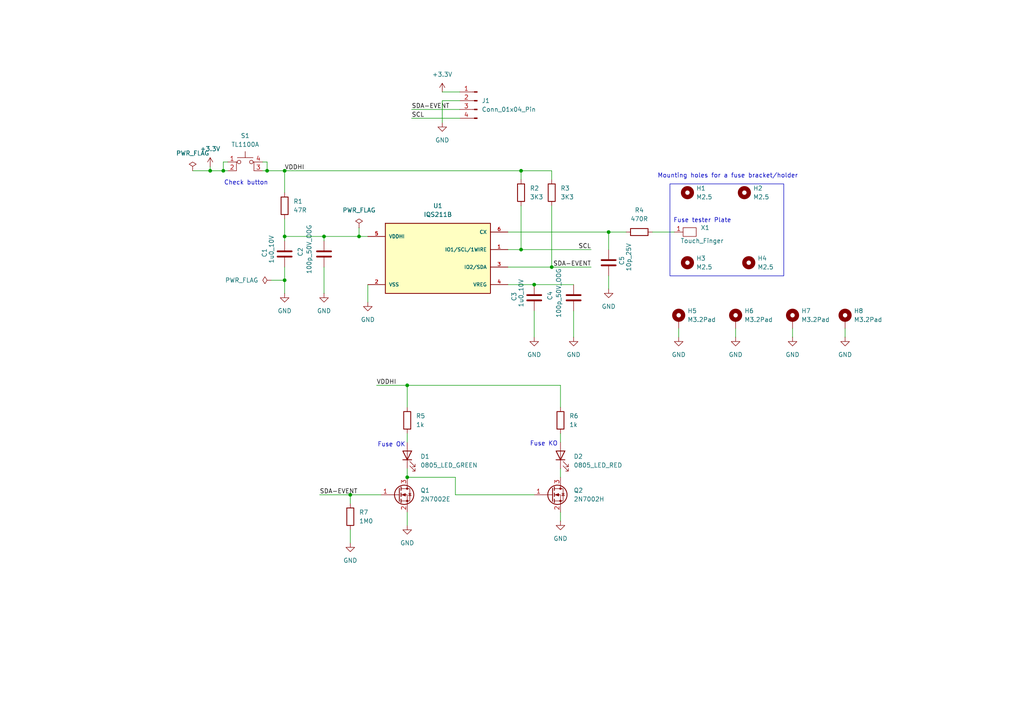
<source format=kicad_sch>
(kicad_sch
	(version 20250114)
	(generator "eeschema")
	(generator_version "9.0")
	(uuid "c1a4b218-c4ad-474a-8eec-271d66e9bb16")
	(paper "A4")
	(lib_symbols
		(symbol "Connector:Conn_01x04_Pin"
			(pin_names
				(offset 1.016)
				(hide yes)
			)
			(exclude_from_sim no)
			(in_bom yes)
			(on_board yes)
			(property "Reference" "J"
				(at 0 5.08 0)
				(effects
					(font
						(size 1.27 1.27)
					)
				)
			)
			(property "Value" "Conn_01x04_Pin"
				(at 0 -7.62 0)
				(effects
					(font
						(size 1.27 1.27)
					)
				)
			)
			(property "Footprint" ""
				(at 0 0 0)
				(effects
					(font
						(size 1.27 1.27)
					)
					(hide yes)
				)
			)
			(property "Datasheet" "~"
				(at 0 0 0)
				(effects
					(font
						(size 1.27 1.27)
					)
					(hide yes)
				)
			)
			(property "Description" "Generic connector, single row, 01x04, script generated"
				(at 0 0 0)
				(effects
					(font
						(size 1.27 1.27)
					)
					(hide yes)
				)
			)
			(property "ki_locked" ""
				(at 0 0 0)
				(effects
					(font
						(size 1.27 1.27)
					)
				)
			)
			(property "ki_keywords" "connector"
				(at 0 0 0)
				(effects
					(font
						(size 1.27 1.27)
					)
					(hide yes)
				)
			)
			(property "ki_fp_filters" "Connector*:*_1x??_*"
				(at 0 0 0)
				(effects
					(font
						(size 1.27 1.27)
					)
					(hide yes)
				)
			)
			(symbol "Conn_01x04_Pin_1_1"
				(rectangle
					(start 0.8636 2.667)
					(end 0 2.413)
					(stroke
						(width 0.1524)
						(type default)
					)
					(fill
						(type outline)
					)
				)
				(rectangle
					(start 0.8636 0.127)
					(end 0 -0.127)
					(stroke
						(width 0.1524)
						(type default)
					)
					(fill
						(type outline)
					)
				)
				(rectangle
					(start 0.8636 -2.413)
					(end 0 -2.667)
					(stroke
						(width 0.1524)
						(type default)
					)
					(fill
						(type outline)
					)
				)
				(rectangle
					(start 0.8636 -4.953)
					(end 0 -5.207)
					(stroke
						(width 0.1524)
						(type default)
					)
					(fill
						(type outline)
					)
				)
				(polyline
					(pts
						(xy 1.27 2.54) (xy 0.8636 2.54)
					)
					(stroke
						(width 0.1524)
						(type default)
					)
					(fill
						(type none)
					)
				)
				(polyline
					(pts
						(xy 1.27 0) (xy 0.8636 0)
					)
					(stroke
						(width 0.1524)
						(type default)
					)
					(fill
						(type none)
					)
				)
				(polyline
					(pts
						(xy 1.27 -2.54) (xy 0.8636 -2.54)
					)
					(stroke
						(width 0.1524)
						(type default)
					)
					(fill
						(type none)
					)
				)
				(polyline
					(pts
						(xy 1.27 -5.08) (xy 0.8636 -5.08)
					)
					(stroke
						(width 0.1524)
						(type default)
					)
					(fill
						(type none)
					)
				)
				(pin passive line
					(at 5.08 2.54 180)
					(length 3.81)
					(name "Pin_1"
						(effects
							(font
								(size 1.27 1.27)
							)
						)
					)
					(number "1"
						(effects
							(font
								(size 1.27 1.27)
							)
						)
					)
				)
				(pin passive line
					(at 5.08 0 180)
					(length 3.81)
					(name "Pin_2"
						(effects
							(font
								(size 1.27 1.27)
							)
						)
					)
					(number "2"
						(effects
							(font
								(size 1.27 1.27)
							)
						)
					)
				)
				(pin passive line
					(at 5.08 -2.54 180)
					(length 3.81)
					(name "Pin_3"
						(effects
							(font
								(size 1.27 1.27)
							)
						)
					)
					(number "3"
						(effects
							(font
								(size 1.27 1.27)
							)
						)
					)
				)
				(pin passive line
					(at 5.08 -5.08 180)
					(length 3.81)
					(name "Pin_4"
						(effects
							(font
								(size 1.27 1.27)
							)
						)
					)
					(number "4"
						(effects
							(font
								(size 1.27 1.27)
							)
						)
					)
				)
			)
			(embedded_fonts no)
		)
		(symbol "Device:C"
			(pin_numbers
				(hide yes)
			)
			(pin_names
				(offset 0.254)
			)
			(exclude_from_sim no)
			(in_bom yes)
			(on_board yes)
			(property "Reference" "C"
				(at 0.635 2.54 0)
				(effects
					(font
						(size 1.27 1.27)
					)
					(justify left)
				)
			)
			(property "Value" "C"
				(at 0.635 -2.54 0)
				(effects
					(font
						(size 1.27 1.27)
					)
					(justify left)
				)
			)
			(property "Footprint" ""
				(at 0.9652 -3.81 0)
				(effects
					(font
						(size 1.27 1.27)
					)
					(hide yes)
				)
			)
			(property "Datasheet" "~"
				(at 0 0 0)
				(effects
					(font
						(size 1.27 1.27)
					)
					(hide yes)
				)
			)
			(property "Description" "Unpolarized capacitor"
				(at 0 0 0)
				(effects
					(font
						(size 1.27 1.27)
					)
					(hide yes)
				)
			)
			(property "ki_keywords" "cap capacitor"
				(at 0 0 0)
				(effects
					(font
						(size 1.27 1.27)
					)
					(hide yes)
				)
			)
			(property "ki_fp_filters" "C_*"
				(at 0 0 0)
				(effects
					(font
						(size 1.27 1.27)
					)
					(hide yes)
				)
			)
			(symbol "C_0_1"
				(polyline
					(pts
						(xy -2.032 0.762) (xy 2.032 0.762)
					)
					(stroke
						(width 0.508)
						(type default)
					)
					(fill
						(type none)
					)
				)
				(polyline
					(pts
						(xy -2.032 -0.762) (xy 2.032 -0.762)
					)
					(stroke
						(width 0.508)
						(type default)
					)
					(fill
						(type none)
					)
				)
			)
			(symbol "C_1_1"
				(pin passive line
					(at 0 3.81 270)
					(length 2.794)
					(name "~"
						(effects
							(font
								(size 1.27 1.27)
							)
						)
					)
					(number "1"
						(effects
							(font
								(size 1.27 1.27)
							)
						)
					)
				)
				(pin passive line
					(at 0 -3.81 90)
					(length 2.794)
					(name "~"
						(effects
							(font
								(size 1.27 1.27)
							)
						)
					)
					(number "2"
						(effects
							(font
								(size 1.27 1.27)
							)
						)
					)
				)
			)
			(embedded_fonts no)
		)
		(symbol "Device:LED"
			(pin_numbers
				(hide yes)
			)
			(pin_names
				(offset 1.016)
				(hide yes)
			)
			(exclude_from_sim no)
			(in_bom yes)
			(on_board yes)
			(property "Reference" "D"
				(at 0 2.54 0)
				(effects
					(font
						(size 1.27 1.27)
					)
				)
			)
			(property "Value" "LED"
				(at 0 -2.54 0)
				(effects
					(font
						(size 1.27 1.27)
					)
				)
			)
			(property "Footprint" ""
				(at 0 0 0)
				(effects
					(font
						(size 1.27 1.27)
					)
					(hide yes)
				)
			)
			(property "Datasheet" "~"
				(at 0 0 0)
				(effects
					(font
						(size 1.27 1.27)
					)
					(hide yes)
				)
			)
			(property "Description" "Light emitting diode"
				(at 0 0 0)
				(effects
					(font
						(size 1.27 1.27)
					)
					(hide yes)
				)
			)
			(property "Sim.Pins" "1=K 2=A"
				(at 0 0 0)
				(effects
					(font
						(size 1.27 1.27)
					)
					(hide yes)
				)
			)
			(property "ki_keywords" "LED diode"
				(at 0 0 0)
				(effects
					(font
						(size 1.27 1.27)
					)
					(hide yes)
				)
			)
			(property "ki_fp_filters" "LED* LED_SMD:* LED_THT:*"
				(at 0 0 0)
				(effects
					(font
						(size 1.27 1.27)
					)
					(hide yes)
				)
			)
			(symbol "LED_0_1"
				(polyline
					(pts
						(xy -3.048 -0.762) (xy -4.572 -2.286) (xy -3.81 -2.286) (xy -4.572 -2.286) (xy -4.572 -1.524)
					)
					(stroke
						(width 0)
						(type default)
					)
					(fill
						(type none)
					)
				)
				(polyline
					(pts
						(xy -1.778 -0.762) (xy -3.302 -2.286) (xy -2.54 -2.286) (xy -3.302 -2.286) (xy -3.302 -1.524)
					)
					(stroke
						(width 0)
						(type default)
					)
					(fill
						(type none)
					)
				)
				(polyline
					(pts
						(xy -1.27 0) (xy 1.27 0)
					)
					(stroke
						(width 0)
						(type default)
					)
					(fill
						(type none)
					)
				)
				(polyline
					(pts
						(xy -1.27 -1.27) (xy -1.27 1.27)
					)
					(stroke
						(width 0.254)
						(type default)
					)
					(fill
						(type none)
					)
				)
				(polyline
					(pts
						(xy 1.27 -1.27) (xy 1.27 1.27) (xy -1.27 0) (xy 1.27 -1.27)
					)
					(stroke
						(width 0.254)
						(type default)
					)
					(fill
						(type none)
					)
				)
			)
			(symbol "LED_1_1"
				(pin passive line
					(at -3.81 0 0)
					(length 2.54)
					(name "K"
						(effects
							(font
								(size 1.27 1.27)
							)
						)
					)
					(number "1"
						(effects
							(font
								(size 1.27 1.27)
							)
						)
					)
				)
				(pin passive line
					(at 3.81 0 180)
					(length 2.54)
					(name "A"
						(effects
							(font
								(size 1.27 1.27)
							)
						)
					)
					(number "2"
						(effects
							(font
								(size 1.27 1.27)
							)
						)
					)
				)
			)
			(embedded_fonts no)
		)
		(symbol "Device:R"
			(pin_numbers
				(hide yes)
			)
			(pin_names
				(offset 0)
			)
			(exclude_from_sim no)
			(in_bom yes)
			(on_board yes)
			(property "Reference" "R"
				(at 2.032 0 90)
				(effects
					(font
						(size 1.27 1.27)
					)
				)
			)
			(property "Value" "R"
				(at 0 0 90)
				(effects
					(font
						(size 1.27 1.27)
					)
				)
			)
			(property "Footprint" ""
				(at -1.778 0 90)
				(effects
					(font
						(size 1.27 1.27)
					)
					(hide yes)
				)
			)
			(property "Datasheet" "~"
				(at 0 0 0)
				(effects
					(font
						(size 1.27 1.27)
					)
					(hide yes)
				)
			)
			(property "Description" "Resistor"
				(at 0 0 0)
				(effects
					(font
						(size 1.27 1.27)
					)
					(hide yes)
				)
			)
			(property "ki_keywords" "R res resistor"
				(at 0 0 0)
				(effects
					(font
						(size 1.27 1.27)
					)
					(hide yes)
				)
			)
			(property "ki_fp_filters" "R_*"
				(at 0 0 0)
				(effects
					(font
						(size 1.27 1.27)
					)
					(hide yes)
				)
			)
			(symbol "R_0_1"
				(rectangle
					(start -1.016 -2.54)
					(end 1.016 2.54)
					(stroke
						(width 0.254)
						(type default)
					)
					(fill
						(type none)
					)
				)
			)
			(symbol "R_1_1"
				(pin passive line
					(at 0 3.81 270)
					(length 1.27)
					(name "~"
						(effects
							(font
								(size 1.27 1.27)
							)
						)
					)
					(number "1"
						(effects
							(font
								(size 1.27 1.27)
							)
						)
					)
				)
				(pin passive line
					(at 0 -3.81 90)
					(length 1.27)
					(name "~"
						(effects
							(font
								(size 1.27 1.27)
							)
						)
					)
					(number "2"
						(effects
							(font
								(size 1.27 1.27)
							)
						)
					)
				)
			)
			(embedded_fonts no)
		)
		(symbol "IQS211B-00000000-TSR:IQS211B-00000000-TSR"
			(pin_names
				(offset 1.016)
			)
			(exclude_from_sim no)
			(in_bom yes)
			(on_board yes)
			(property "Reference" "U"
				(at -15.24 12.7 0)
				(effects
					(font
						(size 1.27 1.27)
					)
					(justify left top)
				)
			)
			(property "Value" "IQS211B-00000000-TSR"
				(at -15.24 -12.7 0)
				(effects
					(font
						(size 1.27 1.27)
					)
					(justify left bottom)
				)
			)
			(property "Footprint" "IQS211B-00000000-TSR:SOT95P280X100-6N"
				(at 0 0 0)
				(effects
					(font
						(size 1.27 1.27)
					)
					(justify bottom)
					(hide yes)
				)
			)
			(property "Datasheet" ""
				(at 0 0 0)
				(effects
					(font
						(size 1.27 1.27)
					)
					(hide yes)
				)
			)
			(property "Description" ""
				(at 0 0 0)
				(effects
					(font
						(size 1.27 1.27)
					)
					(hide yes)
				)
			)
			(property "DigiKey_Part_Number" "1790-IQS211B00000000TSRCT-ND"
				(at 0 0 0)
				(effects
					(font
						(size 1.27 1.27)
					)
					(justify bottom)
					(hide yes)
				)
			)
			(property "SnapEDA_Link" "https://www.snapeda.com/parts/IQS211B-00000000-TSR/Azoteq/view-part/?ref=snap"
				(at 0 0 0)
				(effects
					(font
						(size 1.27 1.27)
					)
					(justify bottom)
					(hide yes)
				)
			)
			(property "MAXIMUM_PACKAGE_HEIGHT" "1mm"
				(at 0 0 0)
				(effects
					(font
						(size 1.27 1.27)
					)
					(justify bottom)
					(hide yes)
				)
			)
			(property "Package" "TSOT23-6 Azoteq"
				(at 0 0 0)
				(effects
					(font
						(size 1.27 1.27)
					)
					(justify bottom)
					(hide yes)
				)
			)
			(property "Check_prices" "https://www.snapeda.com/parts/IQS211B-00000000-TSR/Azoteq/view-part/?ref=eda"
				(at 0 0 0)
				(effects
					(font
						(size 1.27 1.27)
					)
					(justify bottom)
					(hide yes)
				)
			)
			(property "STANDARD" "IPC-7351B"
				(at 0 0 0)
				(effects
					(font
						(size 1.27 1.27)
					)
					(justify bottom)
					(hide yes)
				)
			)
			(property "PARTREV" "2.4"
				(at 0 0 0)
				(effects
					(font
						(size 1.27 1.27)
					)
					(justify bottom)
					(hide yes)
				)
			)
			(property "MF" "Azoteq"
				(at 0 0 0)
				(effects
					(font
						(size 1.27 1.27)
					)
					(justify bottom)
					(hide yes)
				)
			)
			(property "MP" "IQS211B-00000000-TSR"
				(at 0 0 0)
				(effects
					(font
						(size 1.27 1.27)
					)
					(justify bottom)
					(hide yes)
				)
			)
			(property "Description_1" "Single Channel Capacitive Proximity/Touch Controller With Movement Detection TSOT23/6"
				(at 0 0 0)
				(effects
					(font
						(size 1.27 1.27)
					)
					(justify bottom)
					(hide yes)
				)
			)
			(property "MANUFACTURER" "AZOTEQ"
				(at 0 0 0)
				(effects
					(font
						(size 1.27 1.27)
					)
					(justify bottom)
					(hide yes)
				)
			)
			(symbol "IQS211B-00000000-TSR_0_0"
				(rectangle
					(start -15.24 -10.16)
					(end 15.24 10.16)
					(stroke
						(width 0.254)
						(type default)
					)
					(fill
						(type background)
					)
				)
				(pin power_in line
					(at -20.32 6.35 0)
					(length 5.08)
					(name "VDDHI"
						(effects
							(font
								(size 1.016 1.016)
							)
						)
					)
					(number "5"
						(effects
							(font
								(size 1.016 1.016)
							)
						)
					)
				)
				(pin power_in line
					(at -20.32 -7.62 0)
					(length 5.08)
					(name "VSS"
						(effects
							(font
								(size 1.016 1.016)
							)
						)
					)
					(number "2"
						(effects
							(font
								(size 1.016 1.016)
							)
						)
					)
				)
				(pin bidirectional line
					(at 20.32 7.62 180)
					(length 5.08)
					(name "CX"
						(effects
							(font
								(size 1.016 1.016)
							)
						)
					)
					(number "6"
						(effects
							(font
								(size 1.016 1.016)
							)
						)
					)
				)
				(pin bidirectional line
					(at 20.32 2.54 180)
					(length 5.08)
					(name "IO1/SCL/1WIRE"
						(effects
							(font
								(size 1.016 1.016)
							)
						)
					)
					(number "1"
						(effects
							(font
								(size 1.016 1.016)
							)
						)
					)
				)
				(pin bidirectional line
					(at 20.32 -2.54 180)
					(length 5.08)
					(name "IO2/SDA"
						(effects
							(font
								(size 1.016 1.016)
							)
						)
					)
					(number "3"
						(effects
							(font
								(size 1.016 1.016)
							)
						)
					)
				)
				(pin output line
					(at 20.32 -7.62 180)
					(length 5.08)
					(name "VREG"
						(effects
							(font
								(size 1.016 1.016)
							)
						)
					)
					(number "4"
						(effects
							(font
								(size 1.016 1.016)
							)
						)
					)
				)
			)
			(embedded_fonts no)
		)
		(symbol "Mechanical:MountingHole"
			(pin_names
				(offset 1.016)
			)
			(exclude_from_sim no)
			(in_bom no)
			(on_board yes)
			(property "Reference" "H"
				(at 0 5.08 0)
				(effects
					(font
						(size 1.27 1.27)
					)
				)
			)
			(property "Value" "MountingHole"
				(at 0 3.175 0)
				(effects
					(font
						(size 1.27 1.27)
					)
				)
			)
			(property "Footprint" ""
				(at 0 0 0)
				(effects
					(font
						(size 1.27 1.27)
					)
					(hide yes)
				)
			)
			(property "Datasheet" "~"
				(at 0 0 0)
				(effects
					(font
						(size 1.27 1.27)
					)
					(hide yes)
				)
			)
			(property "Description" "Mounting Hole without connection"
				(at 0 0 0)
				(effects
					(font
						(size 1.27 1.27)
					)
					(hide yes)
				)
			)
			(property "ki_keywords" "mounting hole"
				(at 0 0 0)
				(effects
					(font
						(size 1.27 1.27)
					)
					(hide yes)
				)
			)
			(property "ki_fp_filters" "MountingHole*"
				(at 0 0 0)
				(effects
					(font
						(size 1.27 1.27)
					)
					(hide yes)
				)
			)
			(symbol "MountingHole_0_1"
				(circle
					(center 0 0)
					(radius 1.27)
					(stroke
						(width 1.27)
						(type default)
					)
					(fill
						(type none)
					)
				)
			)
			(embedded_fonts no)
		)
		(symbol "Mechanical:MountingHole_Pad"
			(pin_numbers
				(hide yes)
			)
			(pin_names
				(offset 1.016)
				(hide yes)
			)
			(exclude_from_sim no)
			(in_bom no)
			(on_board yes)
			(property "Reference" "H"
				(at 0 6.35 0)
				(effects
					(font
						(size 1.27 1.27)
					)
				)
			)
			(property "Value" "MountingHole_Pad"
				(at 0 4.445 0)
				(effects
					(font
						(size 1.27 1.27)
					)
				)
			)
			(property "Footprint" ""
				(at 0 0 0)
				(effects
					(font
						(size 1.27 1.27)
					)
					(hide yes)
				)
			)
			(property "Datasheet" "~"
				(at 0 0 0)
				(effects
					(font
						(size 1.27 1.27)
					)
					(hide yes)
				)
			)
			(property "Description" "Mounting Hole with connection"
				(at 0 0 0)
				(effects
					(font
						(size 1.27 1.27)
					)
					(hide yes)
				)
			)
			(property "ki_keywords" "mounting hole"
				(at 0 0 0)
				(effects
					(font
						(size 1.27 1.27)
					)
					(hide yes)
				)
			)
			(property "ki_fp_filters" "MountingHole*Pad*"
				(at 0 0 0)
				(effects
					(font
						(size 1.27 1.27)
					)
					(hide yes)
				)
			)
			(symbol "MountingHole_Pad_0_1"
				(circle
					(center 0 1.27)
					(radius 1.27)
					(stroke
						(width 1.27)
						(type default)
					)
					(fill
						(type none)
					)
				)
			)
			(symbol "MountingHole_Pad_1_1"
				(pin input line
					(at 0 -2.54 90)
					(length 2.54)
					(name "1"
						(effects
							(font
								(size 1.27 1.27)
							)
						)
					)
					(number "1"
						(effects
							(font
								(size 1.27 1.27)
							)
						)
					)
				)
			)
			(embedded_fonts no)
		)
		(symbol "Switch:SW_MEC_5E"
			(pin_names
				(offset 1.016)
				(hide yes)
			)
			(exclude_from_sim no)
			(in_bom yes)
			(on_board yes)
			(property "Reference" "SW"
				(at 0.635 5.715 0)
				(effects
					(font
						(size 1.27 1.27)
					)
					(justify left)
				)
			)
			(property "Value" "SW_MEC_5E"
				(at 0 -3.175 0)
				(effects
					(font
						(size 1.27 1.27)
					)
				)
			)
			(property "Footprint" ""
				(at 0 7.62 0)
				(effects
					(font
						(size 1.27 1.27)
					)
					(hide yes)
				)
			)
			(property "Datasheet" "http://www.apem.com/int/index.php?controller=attachment&id_attachment=1371"
				(at 0 7.62 0)
				(effects
					(font
						(size 1.27 1.27)
					)
					(hide yes)
				)
			)
			(property "Description" "MEC 5E single pole normally-open tactile switch"
				(at 0 0 0)
				(effects
					(font
						(size 1.27 1.27)
					)
					(hide yes)
				)
			)
			(property "ki_keywords" "switch normally-open pushbutton push-button"
				(at 0 0 0)
				(effects
					(font
						(size 1.27 1.27)
					)
					(hide yes)
				)
			)
			(property "ki_fp_filters" "SW*MEC*5G*"
				(at 0 0 0)
				(effects
					(font
						(size 1.27 1.27)
					)
					(hide yes)
				)
			)
			(symbol "SW_MEC_5E_0_1"
				(polyline
					(pts
						(xy -2.54 0) (xy -2.54 2.54) (xy -2.286 2.54)
					)
					(stroke
						(width 0)
						(type default)
					)
					(fill
						(type none)
					)
				)
				(polyline
					(pts
						(xy -2.286 3.81) (xy 2.286 3.81)
					)
					(stroke
						(width 0)
						(type default)
					)
					(fill
						(type none)
					)
				)
				(circle
					(center -1.778 2.54)
					(radius 0.508)
					(stroke
						(width 0)
						(type default)
					)
					(fill
						(type none)
					)
				)
				(polyline
					(pts
						(xy 0 3.81) (xy 0 5.588)
					)
					(stroke
						(width 0)
						(type default)
					)
					(fill
						(type none)
					)
				)
				(circle
					(center 1.778 2.54)
					(radius 0.508)
					(stroke
						(width 0)
						(type default)
					)
					(fill
						(type none)
					)
				)
				(polyline
					(pts
						(xy 2.54 0) (xy 2.54 2.54) (xy 2.286 2.54)
					)
					(stroke
						(width 0)
						(type default)
					)
					(fill
						(type none)
					)
				)
				(pin passive line
					(at -5.08 2.54 0)
					(length 2.54)
					(name "1"
						(effects
							(font
								(size 1.27 1.27)
							)
						)
					)
					(number "1"
						(effects
							(font
								(size 1.27 1.27)
							)
						)
					)
				)
				(pin passive line
					(at -5.08 0 0)
					(length 2.54)
					(name "2"
						(effects
							(font
								(size 1.27 1.27)
							)
						)
					)
					(number "2"
						(effects
							(font
								(size 1.27 1.27)
							)
						)
					)
				)
				(pin passive line
					(at 5.08 2.54 180)
					(length 2.54)
					(name "A"
						(effects
							(font
								(size 1.27 1.27)
							)
						)
					)
					(number "4"
						(effects
							(font
								(size 1.27 1.27)
							)
						)
					)
				)
				(pin passive line
					(at 5.08 0 180)
					(length 2.54)
					(name "K"
						(effects
							(font
								(size 1.27 1.27)
							)
						)
					)
					(number "3"
						(effects
							(font
								(size 1.27 1.27)
							)
						)
					)
				)
			)
			(embedded_fonts no)
		)
		(symbol "Touch_Finger_Library:Touch_Finger"
			(exclude_from_sim no)
			(in_bom yes)
			(on_board yes)
			(property "Reference" "X"
				(at 0.508 2.032 0)
				(effects
					(font
						(size 1.27 1.27)
					)
				)
			)
			(property "Value" "Touch_Finger"
				(at 0.508 -2.54 0)
				(effects
					(font
						(size 1.27 1.27)
					)
				)
			)
			(property "Footprint" ""
				(at 0 0 0)
				(effects
					(font
						(size 1.27 1.27)
					)
					(hide yes)
				)
			)
			(property "Datasheet" ""
				(at 0 0 0)
				(effects
					(font
						(size 1.27 1.27)
					)
					(hide yes)
				)
			)
			(property "Description" ""
				(at 0 0 0)
				(effects
					(font
						(size 1.27 1.27)
					)
					(hide yes)
				)
			)
			(symbol "Touch_Finger_0_1"
				(rectangle
					(start -1.27 1.27)
					(end 2.54 -1.27)
					(stroke
						(width 0)
						(type default)
					)
					(fill
						(type none)
					)
				)
			)
			(symbol "Touch_Finger_1_1"
				(pin input line
					(at -3.81 0 0)
					(length 2.54)
					(name ""
						(effects
							(font
								(size 1.27 1.27)
							)
						)
					)
					(number "1"
						(effects
							(font
								(size 1.27 1.27)
							)
						)
					)
				)
			)
			(embedded_fonts no)
		)
		(symbol "Transistor_FET:2N7002E"
			(pin_names
				(offset 0)
				(hide yes)
			)
			(exclude_from_sim no)
			(in_bom yes)
			(on_board yes)
			(property "Reference" "Q"
				(at 5.08 1.905 0)
				(effects
					(font
						(size 1.27 1.27)
					)
					(justify left)
				)
			)
			(property "Value" "2N7002E"
				(at 5.08 0 0)
				(effects
					(font
						(size 1.27 1.27)
					)
					(justify left)
				)
			)
			(property "Footprint" "Package_TO_SOT_SMD:SOT-23"
				(at 5.08 -1.905 0)
				(effects
					(font
						(size 1.27 1.27)
						(italic yes)
					)
					(justify left)
					(hide yes)
				)
			)
			(property "Datasheet" "http://www.diodes.com/assets/Datasheets/ds30376.pdf"
				(at 5.08 -3.81 0)
				(effects
					(font
						(size 1.27 1.27)
					)
					(justify left)
					(hide yes)
				)
			)
			(property "Description" "0.24A Id, 60V Vds, N-Channel MOSFET, SOT-23"
				(at 0 0 0)
				(effects
					(font
						(size 1.27 1.27)
					)
					(hide yes)
				)
			)
			(property "ki_keywords" "N-Channel MOSFET"
				(at 0 0 0)
				(effects
					(font
						(size 1.27 1.27)
					)
					(hide yes)
				)
			)
			(property "ki_fp_filters" "SOT?23*"
				(at 0 0 0)
				(effects
					(font
						(size 1.27 1.27)
					)
					(hide yes)
				)
			)
			(symbol "2N7002E_0_1"
				(polyline
					(pts
						(xy 0.254 1.905) (xy 0.254 -1.905)
					)
					(stroke
						(width 0.254)
						(type default)
					)
					(fill
						(type none)
					)
				)
				(polyline
					(pts
						(xy 0.254 0) (xy -2.54 0)
					)
					(stroke
						(width 0)
						(type default)
					)
					(fill
						(type none)
					)
				)
				(polyline
					(pts
						(xy 0.762 2.286) (xy 0.762 1.27)
					)
					(stroke
						(width 0.254)
						(type default)
					)
					(fill
						(type none)
					)
				)
				(polyline
					(pts
						(xy 0.762 0.508) (xy 0.762 -0.508)
					)
					(stroke
						(width 0.254)
						(type default)
					)
					(fill
						(type none)
					)
				)
				(polyline
					(pts
						(xy 0.762 -1.27) (xy 0.762 -2.286)
					)
					(stroke
						(width 0.254)
						(type default)
					)
					(fill
						(type none)
					)
				)
				(polyline
					(pts
						(xy 0.762 -1.778) (xy 3.302 -1.778) (xy 3.302 1.778) (xy 0.762 1.778)
					)
					(stroke
						(width 0)
						(type default)
					)
					(fill
						(type none)
					)
				)
				(polyline
					(pts
						(xy 1.016 0) (xy 2.032 0.381) (xy 2.032 -0.381) (xy 1.016 0)
					)
					(stroke
						(width 0)
						(type default)
					)
					(fill
						(type outline)
					)
				)
				(circle
					(center 1.651 0)
					(radius 2.794)
					(stroke
						(width 0.254)
						(type default)
					)
					(fill
						(type none)
					)
				)
				(polyline
					(pts
						(xy 2.54 2.54) (xy 2.54 1.778)
					)
					(stroke
						(width 0)
						(type default)
					)
					(fill
						(type none)
					)
				)
				(circle
					(center 2.54 1.778)
					(radius 0.254)
					(stroke
						(width 0)
						(type default)
					)
					(fill
						(type outline)
					)
				)
				(circle
					(center 2.54 -1.778)
					(radius 0.254)
					(stroke
						(width 0)
						(type default)
					)
					(fill
						(type outline)
					)
				)
				(polyline
					(pts
						(xy 2.54 -2.54) (xy 2.54 0) (xy 0.762 0)
					)
					(stroke
						(width 0)
						(type default)
					)
					(fill
						(type none)
					)
				)
				(polyline
					(pts
						(xy 2.921 0.381) (xy 3.683 0.381)
					)
					(stroke
						(width 0)
						(type default)
					)
					(fill
						(type none)
					)
				)
				(polyline
					(pts
						(xy 3.302 0.381) (xy 2.921 -0.254) (xy 3.683 -0.254) (xy 3.302 0.381)
					)
					(stroke
						(width 0)
						(type default)
					)
					(fill
						(type none)
					)
				)
			)
			(symbol "2N7002E_1_1"
				(pin input line
					(at -5.08 0 0)
					(length 2.54)
					(name "G"
						(effects
							(font
								(size 1.27 1.27)
							)
						)
					)
					(number "1"
						(effects
							(font
								(size 1.27 1.27)
							)
						)
					)
				)
				(pin passive line
					(at 2.54 5.08 270)
					(length 2.54)
					(name "D"
						(effects
							(font
								(size 1.27 1.27)
							)
						)
					)
					(number "3"
						(effects
							(font
								(size 1.27 1.27)
							)
						)
					)
				)
				(pin passive line
					(at 2.54 -5.08 90)
					(length 2.54)
					(name "S"
						(effects
							(font
								(size 1.27 1.27)
							)
						)
					)
					(number "2"
						(effects
							(font
								(size 1.27 1.27)
							)
						)
					)
				)
			)
			(embedded_fonts no)
		)
		(symbol "Transistor_FET:2N7002H"
			(pin_names
				(offset 0)
				(hide yes)
			)
			(exclude_from_sim no)
			(in_bom yes)
			(on_board yes)
			(property "Reference" "Q"
				(at 5.08 1.905 0)
				(effects
					(font
						(size 1.27 1.27)
					)
					(justify left)
				)
			)
			(property "Value" "2N7002H"
				(at 5.08 0 0)
				(effects
					(font
						(size 1.27 1.27)
					)
					(justify left)
				)
			)
			(property "Footprint" "Package_TO_SOT_SMD:SOT-23"
				(at 5.08 -1.905 0)
				(effects
					(font
						(size 1.27 1.27)
						(italic yes)
					)
					(justify left)
					(hide yes)
				)
			)
			(property "Datasheet" "http://www.diodes.com/assets/Datasheets/2N7002H.pdf"
				(at 5.08 -3.81 0)
				(effects
					(font
						(size 1.27 1.27)
					)
					(justify left)
					(hide yes)
				)
			)
			(property "Description" "0.21A Id, 60V Vds, N-Channel MOSFET, SOT-23"
				(at 0 0 0)
				(effects
					(font
						(size 1.27 1.27)
					)
					(hide yes)
				)
			)
			(property "ki_keywords" "N-Channel MOSFET"
				(at 0 0 0)
				(effects
					(font
						(size 1.27 1.27)
					)
					(hide yes)
				)
			)
			(property "ki_fp_filters" "SOT?23*"
				(at 0 0 0)
				(effects
					(font
						(size 1.27 1.27)
					)
					(hide yes)
				)
			)
			(symbol "2N7002H_0_1"
				(polyline
					(pts
						(xy 0.254 1.905) (xy 0.254 -1.905)
					)
					(stroke
						(width 0.254)
						(type default)
					)
					(fill
						(type none)
					)
				)
				(polyline
					(pts
						(xy 0.254 0) (xy -2.54 0)
					)
					(stroke
						(width 0)
						(type default)
					)
					(fill
						(type none)
					)
				)
				(polyline
					(pts
						(xy 0.762 2.286) (xy 0.762 1.27)
					)
					(stroke
						(width 0.254)
						(type default)
					)
					(fill
						(type none)
					)
				)
				(polyline
					(pts
						(xy 0.762 0.508) (xy 0.762 -0.508)
					)
					(stroke
						(width 0.254)
						(type default)
					)
					(fill
						(type none)
					)
				)
				(polyline
					(pts
						(xy 0.762 -1.27) (xy 0.762 -2.286)
					)
					(stroke
						(width 0.254)
						(type default)
					)
					(fill
						(type none)
					)
				)
				(polyline
					(pts
						(xy 0.762 -1.778) (xy 3.302 -1.778) (xy 3.302 1.778) (xy 0.762 1.778)
					)
					(stroke
						(width 0)
						(type default)
					)
					(fill
						(type none)
					)
				)
				(polyline
					(pts
						(xy 1.016 0) (xy 2.032 0.381) (xy 2.032 -0.381) (xy 1.016 0)
					)
					(stroke
						(width 0)
						(type default)
					)
					(fill
						(type outline)
					)
				)
				(circle
					(center 1.651 0)
					(radius 2.794)
					(stroke
						(width 0.254)
						(type default)
					)
					(fill
						(type none)
					)
				)
				(polyline
					(pts
						(xy 2.54 2.54) (xy 2.54 1.778)
					)
					(stroke
						(width 0)
						(type default)
					)
					(fill
						(type none)
					)
				)
				(circle
					(center 2.54 1.778)
					(radius 0.254)
					(stroke
						(width 0)
						(type default)
					)
					(fill
						(type outline)
					)
				)
				(circle
					(center 2.54 -1.778)
					(radius 0.254)
					(stroke
						(width 0)
						(type default)
					)
					(fill
						(type outline)
					)
				)
				(polyline
					(pts
						(xy 2.54 -2.54) (xy 2.54 0) (xy 0.762 0)
					)
					(stroke
						(width 0)
						(type default)
					)
					(fill
						(type none)
					)
				)
				(polyline
					(pts
						(xy 2.921 0.381) (xy 3.683 0.381)
					)
					(stroke
						(width 0)
						(type default)
					)
					(fill
						(type none)
					)
				)
				(polyline
					(pts
						(xy 3.302 0.381) (xy 2.921 -0.254) (xy 3.683 -0.254) (xy 3.302 0.381)
					)
					(stroke
						(width 0)
						(type default)
					)
					(fill
						(type none)
					)
				)
			)
			(symbol "2N7002H_1_1"
				(pin input line
					(at -5.08 0 0)
					(length 2.54)
					(name "G"
						(effects
							(font
								(size 1.27 1.27)
							)
						)
					)
					(number "1"
						(effects
							(font
								(size 1.27 1.27)
							)
						)
					)
				)
				(pin passive line
					(at 2.54 5.08 270)
					(length 2.54)
					(name "D"
						(effects
							(font
								(size 1.27 1.27)
							)
						)
					)
					(number "3"
						(effects
							(font
								(size 1.27 1.27)
							)
						)
					)
				)
				(pin passive line
					(at 2.54 -5.08 90)
					(length 2.54)
					(name "S"
						(effects
							(font
								(size 1.27 1.27)
							)
						)
					)
					(number "2"
						(effects
							(font
								(size 1.27 1.27)
							)
						)
					)
				)
			)
			(embedded_fonts no)
		)
		(symbol "power:+3.3V"
			(power)
			(pin_numbers
				(hide yes)
			)
			(pin_names
				(offset 0)
				(hide yes)
			)
			(exclude_from_sim no)
			(in_bom yes)
			(on_board yes)
			(property "Reference" "#PWR"
				(at 0 -3.81 0)
				(effects
					(font
						(size 1.27 1.27)
					)
					(hide yes)
				)
			)
			(property "Value" "+3.3V"
				(at 0 3.556 0)
				(effects
					(font
						(size 1.27 1.27)
					)
				)
			)
			(property "Footprint" ""
				(at 0 0 0)
				(effects
					(font
						(size 1.27 1.27)
					)
					(hide yes)
				)
			)
			(property "Datasheet" ""
				(at 0 0 0)
				(effects
					(font
						(size 1.27 1.27)
					)
					(hide yes)
				)
			)
			(property "Description" "Power symbol creates a global label with name \"+3.3V\""
				(at 0 0 0)
				(effects
					(font
						(size 1.27 1.27)
					)
					(hide yes)
				)
			)
			(property "ki_keywords" "global power"
				(at 0 0 0)
				(effects
					(font
						(size 1.27 1.27)
					)
					(hide yes)
				)
			)
			(symbol "+3.3V_0_1"
				(polyline
					(pts
						(xy -0.762 1.27) (xy 0 2.54)
					)
					(stroke
						(width 0)
						(type default)
					)
					(fill
						(type none)
					)
				)
				(polyline
					(pts
						(xy 0 2.54) (xy 0.762 1.27)
					)
					(stroke
						(width 0)
						(type default)
					)
					(fill
						(type none)
					)
				)
				(polyline
					(pts
						(xy 0 0) (xy 0 2.54)
					)
					(stroke
						(width 0)
						(type default)
					)
					(fill
						(type none)
					)
				)
			)
			(symbol "+3.3V_1_1"
				(pin power_in line
					(at 0 0 90)
					(length 0)
					(name "~"
						(effects
							(font
								(size 1.27 1.27)
							)
						)
					)
					(number "1"
						(effects
							(font
								(size 1.27 1.27)
							)
						)
					)
				)
			)
			(embedded_fonts no)
		)
		(symbol "power:GND"
			(power)
			(pin_numbers
				(hide yes)
			)
			(pin_names
				(offset 0)
				(hide yes)
			)
			(exclude_from_sim no)
			(in_bom yes)
			(on_board yes)
			(property "Reference" "#PWR"
				(at 0 -6.35 0)
				(effects
					(font
						(size 1.27 1.27)
					)
					(hide yes)
				)
			)
			(property "Value" "GND"
				(at 0 -3.81 0)
				(effects
					(font
						(size 1.27 1.27)
					)
				)
			)
			(property "Footprint" ""
				(at 0 0 0)
				(effects
					(font
						(size 1.27 1.27)
					)
					(hide yes)
				)
			)
			(property "Datasheet" ""
				(at 0 0 0)
				(effects
					(font
						(size 1.27 1.27)
					)
					(hide yes)
				)
			)
			(property "Description" "Power symbol creates a global label with name \"GND\" , ground"
				(at 0 0 0)
				(effects
					(font
						(size 1.27 1.27)
					)
					(hide yes)
				)
			)
			(property "ki_keywords" "global power"
				(at 0 0 0)
				(effects
					(font
						(size 1.27 1.27)
					)
					(hide yes)
				)
			)
			(symbol "GND_0_1"
				(polyline
					(pts
						(xy 0 0) (xy 0 -1.27) (xy 1.27 -1.27) (xy 0 -2.54) (xy -1.27 -1.27) (xy 0 -1.27)
					)
					(stroke
						(width 0)
						(type default)
					)
					(fill
						(type none)
					)
				)
			)
			(symbol "GND_1_1"
				(pin power_in line
					(at 0 0 270)
					(length 0)
					(name "~"
						(effects
							(font
								(size 1.27 1.27)
							)
						)
					)
					(number "1"
						(effects
							(font
								(size 1.27 1.27)
							)
						)
					)
				)
			)
			(embedded_fonts no)
		)
		(symbol "power:PWR_FLAG"
			(power)
			(pin_numbers
				(hide yes)
			)
			(pin_names
				(offset 0)
				(hide yes)
			)
			(exclude_from_sim no)
			(in_bom yes)
			(on_board yes)
			(property "Reference" "#FLG"
				(at 0 1.905 0)
				(effects
					(font
						(size 1.27 1.27)
					)
					(hide yes)
				)
			)
			(property "Value" "PWR_FLAG"
				(at 0 3.81 0)
				(effects
					(font
						(size 1.27 1.27)
					)
				)
			)
			(property "Footprint" ""
				(at 0 0 0)
				(effects
					(font
						(size 1.27 1.27)
					)
					(hide yes)
				)
			)
			(property "Datasheet" "~"
				(at 0 0 0)
				(effects
					(font
						(size 1.27 1.27)
					)
					(hide yes)
				)
			)
			(property "Description" "Special symbol for telling ERC where power comes from"
				(at 0 0 0)
				(effects
					(font
						(size 1.27 1.27)
					)
					(hide yes)
				)
			)
			(property "ki_keywords" "flag power"
				(at 0 0 0)
				(effects
					(font
						(size 1.27 1.27)
					)
					(hide yes)
				)
			)
			(symbol "PWR_FLAG_0_0"
				(pin power_out line
					(at 0 0 90)
					(length 0)
					(name "~"
						(effects
							(font
								(size 1.27 1.27)
							)
						)
					)
					(number "1"
						(effects
							(font
								(size 1.27 1.27)
							)
						)
					)
				)
			)
			(symbol "PWR_FLAG_0_1"
				(polyline
					(pts
						(xy 0 0) (xy 0 1.27) (xy -1.016 1.905) (xy 0 2.54) (xy 1.016 1.905) (xy 0 1.27)
					)
					(stroke
						(width 0)
						(type default)
					)
					(fill
						(type none)
					)
				)
			)
			(embedded_fonts no)
		)
	)
	(rectangle
		(start 194.31 53.34)
		(end 227.33 80.01)
		(stroke
			(width 0)
			(type default)
		)
		(fill
			(type none)
		)
		(uuid d110737b-ba5a-42ec-b3a6-64127d12eda7)
	)
	(text "Fuse KO"
		(exclude_from_sim no)
		(at 157.734 128.778 0)
		(effects
			(font
				(size 1.27 1.27)
			)
		)
		(uuid "1bc6635d-1af3-44ef-a89b-6d064565e513")
	)
	(text "Fuse tester Plate\n"
		(exclude_from_sim no)
		(at 203.708 64.008 0)
		(effects
			(font
				(size 1.27 1.27)
			)
		)
		(uuid "3465e6ff-2de6-4261-81ae-d031c7d231af")
	)
	(text "Fuse OK"
		(exclude_from_sim no)
		(at 113.538 129.032 0)
		(effects
			(font
				(size 1.27 1.27)
			)
		)
		(uuid "ad6f450c-4336-4269-8dcb-ec40efca554d")
	)
	(text "Mounting holes for a fuse bracket/holder"
		(exclude_from_sim no)
		(at 211.074 51.054 0)
		(effects
			(font
				(size 1.27 1.27)
			)
		)
		(uuid "e7c6f2fa-5bec-459a-9ee8-03cb50c5ee81")
	)
	(text "Check button"
		(exclude_from_sim no)
		(at 71.374 53.086 0)
		(effects
			(font
				(size 1.27 1.27)
			)
		)
		(uuid "f2656bef-9a44-43d4-87c5-499e03eae021")
	)
	(junction
		(at 60.96 49.53)
		(diameter 0)
		(color 0 0 0 0)
		(uuid "24828062-f92e-4129-a959-8e38b0c37f75")
	)
	(junction
		(at 151.13 49.53)
		(diameter 0)
		(color 0 0 0 0)
		(uuid "2b4467a3-6ece-46ee-8b7f-f1214630acf1")
	)
	(junction
		(at 64.77 49.53)
		(diameter 0)
		(color 0 0 0 0)
		(uuid "37bd0352-0912-4061-be0a-32d4cab5e5fc")
	)
	(junction
		(at 154.94 82.55)
		(diameter 0)
		(color 0 0 0 0)
		(uuid "3c6a3920-203c-4ca8-84a1-70fe335a37ed")
	)
	(junction
		(at 151.13 72.39)
		(diameter 0)
		(color 0 0 0 0)
		(uuid "3f6a5bcb-8f0e-4ba7-ba6d-b3c3582473ca")
	)
	(junction
		(at 176.53 67.31)
		(diameter 0)
		(color 0 0 0 0)
		(uuid "4728f22a-8168-4381-8458-ce5ab12c91ab")
	)
	(junction
		(at 118.11 138.43)
		(diameter 0)
		(color 0 0 0 0)
		(uuid "5cdb42b1-37f2-4401-85a2-67724ba19047")
	)
	(junction
		(at 82.55 81.28)
		(diameter 0)
		(color 0 0 0 0)
		(uuid "6ee0dc72-a9f3-4c80-8f19-fdfbb06b3112")
	)
	(junction
		(at 101.6 143.51)
		(diameter 0)
		(color 0 0 0 0)
		(uuid "748f02d3-3e6f-4433-8cf0-13f984348761")
	)
	(junction
		(at 82.55 49.53)
		(diameter 0)
		(color 0 0 0 0)
		(uuid "81f47f77-72b2-4b07-a74a-c56994b71d6b")
	)
	(junction
		(at 82.55 68.58)
		(diameter 0)
		(color 0 0 0 0)
		(uuid "a5a88d1c-5fd3-443d-9fc7-b49f2996b14d")
	)
	(junction
		(at 77.47 49.53)
		(diameter 0)
		(color 0 0 0 0)
		(uuid "ace5ed68-90e5-4b7b-a143-242eeee336e2")
	)
	(junction
		(at 118.11 111.76)
		(diameter 0)
		(color 0 0 0 0)
		(uuid "bd0ff5a7-d073-48ba-bef9-054dd3933418")
	)
	(junction
		(at 104.14 68.58)
		(diameter 0)
		(color 0 0 0 0)
		(uuid "c68513be-a926-4360-bdce-d4e3286d71ec")
	)
	(junction
		(at 93.98 68.58)
		(diameter 0)
		(color 0 0 0 0)
		(uuid "c6f580a4-aeb9-4d58-bbaf-3b71d719ce93")
	)
	(junction
		(at 160.02 77.47)
		(diameter 0)
		(color 0 0 0 0)
		(uuid "f085eccb-3494-410b-9fc6-1ab3b1a1bc8f")
	)
	(wire
		(pts
			(xy 162.56 135.89) (xy 162.56 138.43)
		)
		(stroke
			(width 0)
			(type default)
		)
		(uuid "0287eb83-ef1b-45c5-ab97-e866c9033f4b")
	)
	(wire
		(pts
			(xy 104.14 66.04) (xy 104.14 68.58)
		)
		(stroke
			(width 0)
			(type default)
		)
		(uuid "0c569c3b-f9f3-4c2a-b897-48c778e43a37")
	)
	(wire
		(pts
			(xy 77.47 46.99) (xy 77.47 49.53)
		)
		(stroke
			(width 0)
			(type default)
		)
		(uuid "0c5a1987-a549-4704-a258-fd1b655b637d")
	)
	(wire
		(pts
			(xy 162.56 148.59) (xy 162.56 151.13)
		)
		(stroke
			(width 0)
			(type default)
		)
		(uuid "0d945beb-4c4a-42c7-a461-8e4f5269d3db")
	)
	(wire
		(pts
			(xy 66.04 46.99) (xy 64.77 46.99)
		)
		(stroke
			(width 0)
			(type default)
		)
		(uuid "1101aff9-d6e7-4f4f-8b69-4682198d8074")
	)
	(wire
		(pts
			(xy 106.68 82.55) (xy 106.68 87.63)
		)
		(stroke
			(width 0)
			(type default)
		)
		(uuid "132943c8-526b-4b28-bcb9-2906e83a9e73")
	)
	(wire
		(pts
			(xy 118.11 148.59) (xy 118.11 152.4)
		)
		(stroke
			(width 0)
			(type default)
		)
		(uuid "13e7f1d9-2392-46c1-8629-c9693f1215cf")
	)
	(wire
		(pts
			(xy 154.94 90.17) (xy 154.94 97.79)
		)
		(stroke
			(width 0)
			(type default)
		)
		(uuid "17d066c5-4ade-4ba0-a079-eae83245cb06")
	)
	(wire
		(pts
			(xy 151.13 59.69) (xy 151.13 72.39)
		)
		(stroke
			(width 0)
			(type default)
		)
		(uuid "2143572a-6b52-42ca-8852-10eca82d0225")
	)
	(wire
		(pts
			(xy 92.71 143.51) (xy 101.6 143.51)
		)
		(stroke
			(width 0)
			(type default)
		)
		(uuid "218e28d8-c2a1-4de6-8fc8-5f7d628dda4c")
	)
	(wire
		(pts
			(xy 189.23 67.31) (xy 195.58 67.31)
		)
		(stroke
			(width 0)
			(type default)
		)
		(uuid "22f0c276-6565-42ff-95ee-ca986b30bba1")
	)
	(wire
		(pts
			(xy 82.55 49.53) (xy 151.13 49.53)
		)
		(stroke
			(width 0)
			(type default)
		)
		(uuid "261a3be2-4c5d-4047-b142-74d9d16bd68e")
	)
	(wire
		(pts
			(xy 128.27 35.56) (xy 128.27 29.21)
		)
		(stroke
			(width 0)
			(type default)
		)
		(uuid "26e4631d-9b4c-4b69-86ee-c4e743b475f2")
	)
	(wire
		(pts
			(xy 154.94 143.51) (xy 132.08 143.51)
		)
		(stroke
			(width 0)
			(type default)
		)
		(uuid "36072c80-7e77-4359-9607-320a2b7e1103")
	)
	(wire
		(pts
			(xy 106.68 68.58) (xy 104.14 68.58)
		)
		(stroke
			(width 0)
			(type default)
		)
		(uuid "3910a428-7d86-4046-b784-7c3fadcdca96")
	)
	(wire
		(pts
			(xy 147.32 77.47) (xy 160.02 77.47)
		)
		(stroke
			(width 0)
			(type default)
		)
		(uuid "3f869e8f-e5f6-4043-9411-24794bcfd4fb")
	)
	(wire
		(pts
			(xy 93.98 68.58) (xy 82.55 68.58)
		)
		(stroke
			(width 0)
			(type default)
		)
		(uuid "417ce5c4-a26d-48c1-935e-999e40a0b337")
	)
	(wire
		(pts
			(xy 151.13 49.53) (xy 151.13 52.07)
		)
		(stroke
			(width 0)
			(type default)
		)
		(uuid "4228d4e4-5e8c-4a5a-9d46-9b07e4e15223")
	)
	(wire
		(pts
			(xy 64.77 49.53) (xy 66.04 49.53)
		)
		(stroke
			(width 0)
			(type default)
		)
		(uuid "4acaf38e-ab3f-4466-bf2e-5f0cf44e3274")
	)
	(wire
		(pts
			(xy 229.87 95.25) (xy 229.87 97.79)
		)
		(stroke
			(width 0)
			(type default)
		)
		(uuid "507047bf-da48-42b9-b2c0-fef807355cc6")
	)
	(wire
		(pts
			(xy 128.27 29.21) (xy 133.35 29.21)
		)
		(stroke
			(width 0)
			(type default)
		)
		(uuid "5110a62a-f997-4d58-aebd-052d21777d8f")
	)
	(wire
		(pts
			(xy 82.55 49.53) (xy 82.55 55.88)
		)
		(stroke
			(width 0)
			(type default)
		)
		(uuid "5be97f22-cccd-4bbf-830a-205e12d6f36f")
	)
	(wire
		(pts
			(xy 64.77 46.99) (xy 64.77 49.53)
		)
		(stroke
			(width 0)
			(type default)
		)
		(uuid "5c5c24c6-4ac8-40f1-9dde-a58c4bc43b20")
	)
	(wire
		(pts
			(xy 166.37 90.17) (xy 166.37 97.79)
		)
		(stroke
			(width 0)
			(type default)
		)
		(uuid "5e465380-7f27-49d1-ad5a-5448917f29ed")
	)
	(wire
		(pts
			(xy 82.55 81.28) (xy 82.55 85.09)
		)
		(stroke
			(width 0)
			(type default)
		)
		(uuid "5fb395c5-0e87-4a84-80e0-b8251ca40da5")
	)
	(wire
		(pts
			(xy 176.53 67.31) (xy 176.53 72.39)
		)
		(stroke
			(width 0)
			(type default)
		)
		(uuid "600f2152-546e-4302-a281-00c9d14cc4ad")
	)
	(wire
		(pts
			(xy 101.6 143.51) (xy 101.6 146.05)
		)
		(stroke
			(width 0)
			(type default)
		)
		(uuid "625c7f66-ea9a-4b1b-a0ae-07c56dcd89ec")
	)
	(wire
		(pts
			(xy 162.56 125.73) (xy 162.56 128.27)
		)
		(stroke
			(width 0)
			(type default)
		)
		(uuid "63cdfbb6-b65c-4810-91d1-a684547ec10c")
	)
	(wire
		(pts
			(xy 151.13 72.39) (xy 171.45 72.39)
		)
		(stroke
			(width 0)
			(type default)
		)
		(uuid "680ac963-ac51-478f-b1a2-ff8011d03217")
	)
	(wire
		(pts
			(xy 82.55 63.5) (xy 82.55 68.58)
		)
		(stroke
			(width 0)
			(type default)
		)
		(uuid "694085d8-d82e-4011-8430-787a9fe07895")
	)
	(wire
		(pts
			(xy 82.55 77.47) (xy 82.55 81.28)
		)
		(stroke
			(width 0)
			(type default)
		)
		(uuid "6cb7a807-6197-4999-a5a6-36da402fabd6")
	)
	(wire
		(pts
			(xy 147.32 67.31) (xy 176.53 67.31)
		)
		(stroke
			(width 0)
			(type default)
		)
		(uuid "6f60e18e-4fcb-4d37-a57a-d401e281cad4")
	)
	(wire
		(pts
			(xy 93.98 77.47) (xy 93.98 85.09)
		)
		(stroke
			(width 0)
			(type default)
		)
		(uuid "7137eb35-9d21-400f-926c-e978471155b6")
	)
	(wire
		(pts
			(xy 104.14 68.58) (xy 93.98 68.58)
		)
		(stroke
			(width 0)
			(type default)
		)
		(uuid "75f443b1-ed08-4b9c-a2a2-349e57871b15")
	)
	(wire
		(pts
			(xy 110.49 143.51) (xy 101.6 143.51)
		)
		(stroke
			(width 0)
			(type default)
		)
		(uuid "76c124eb-ae62-4f1e-974e-f832da821dbb")
	)
	(wire
		(pts
			(xy 128.27 26.67) (xy 133.35 26.67)
		)
		(stroke
			(width 0)
			(type default)
		)
		(uuid "7c0b8c72-201f-49b4-b07d-ce23d9bae40f")
	)
	(wire
		(pts
			(xy 76.2 49.53) (xy 77.47 49.53)
		)
		(stroke
			(width 0)
			(type default)
		)
		(uuid "84cf4b6d-5091-42d2-af48-827227e28203")
	)
	(wire
		(pts
			(xy 245.11 95.25) (xy 245.11 97.79)
		)
		(stroke
			(width 0)
			(type default)
		)
		(uuid "85eb879f-6b26-40d4-863b-a4f368d39692")
	)
	(wire
		(pts
			(xy 160.02 77.47) (xy 171.45 77.47)
		)
		(stroke
			(width 0)
			(type default)
		)
		(uuid "947e1947-c9c9-4226-96d0-76ca88fa6750")
	)
	(wire
		(pts
			(xy 77.47 49.53) (xy 82.55 49.53)
		)
		(stroke
			(width 0)
			(type default)
		)
		(uuid "9535559d-d777-4573-aa26-fa1ccdb5f71a")
	)
	(wire
		(pts
			(xy 93.98 68.58) (xy 93.98 69.85)
		)
		(stroke
			(width 0)
			(type default)
		)
		(uuid "97ed50e2-6f34-4307-a6d9-220d1f413163")
	)
	(wire
		(pts
			(xy 82.55 68.58) (xy 82.55 69.85)
		)
		(stroke
			(width 0)
			(type default)
		)
		(uuid "9d4dd563-b02c-4ad4-b84e-28e847a96c10")
	)
	(wire
		(pts
			(xy 118.11 111.76) (xy 162.56 111.76)
		)
		(stroke
			(width 0)
			(type default)
		)
		(uuid "9e2a7780-f09f-4ea4-81c7-5c6ce32195fe")
	)
	(wire
		(pts
			(xy 147.32 72.39) (xy 151.13 72.39)
		)
		(stroke
			(width 0)
			(type default)
		)
		(uuid "a87a12d1-6820-42fd-a1b4-ab200ed86d1f")
	)
	(wire
		(pts
			(xy 160.02 59.69) (xy 160.02 77.47)
		)
		(stroke
			(width 0)
			(type default)
		)
		(uuid "ac1afd6b-ea92-4354-a1b3-69f9edbe1cb0")
	)
	(wire
		(pts
			(xy 55.88 49.53) (xy 60.96 49.53)
		)
		(stroke
			(width 0)
			(type default)
		)
		(uuid "b0ee1f97-7c33-475c-84af-6d902b1d8489")
	)
	(wire
		(pts
			(xy 162.56 111.76) (xy 162.56 118.11)
		)
		(stroke
			(width 0)
			(type default)
		)
		(uuid "b5342708-cbcc-46b0-8381-cf8a37534eb6")
	)
	(wire
		(pts
			(xy 151.13 49.53) (xy 160.02 49.53)
		)
		(stroke
			(width 0)
			(type default)
		)
		(uuid "b78a2eb3-e0be-4979-81f8-f1a9c659a3cc")
	)
	(wire
		(pts
			(xy 132.08 138.43) (xy 118.11 138.43)
		)
		(stroke
			(width 0)
			(type default)
		)
		(uuid "bca4797b-5e77-428f-816f-0e5fcb0da02e")
	)
	(wire
		(pts
			(xy 118.11 135.89) (xy 118.11 138.43)
		)
		(stroke
			(width 0)
			(type default)
		)
		(uuid "bcd52af7-12ab-44bd-9657-a4c21b460502")
	)
	(wire
		(pts
			(xy 60.96 49.53) (xy 64.77 49.53)
		)
		(stroke
			(width 0)
			(type default)
		)
		(uuid "bcfabdea-f95f-41e3-82db-272f21aa8a2b")
	)
	(wire
		(pts
			(xy 60.96 48.26) (xy 60.96 49.53)
		)
		(stroke
			(width 0)
			(type default)
		)
		(uuid "bdad2630-93d1-4378-bdd8-f8c0a2af87dc")
	)
	(wire
		(pts
			(xy 118.11 111.76) (xy 118.11 118.11)
		)
		(stroke
			(width 0)
			(type default)
		)
		(uuid "beabe27c-c009-4ff2-8894-585f47f6ce2e")
	)
	(wire
		(pts
			(xy 119.38 31.75) (xy 133.35 31.75)
		)
		(stroke
			(width 0)
			(type default)
		)
		(uuid "ccd53b7a-ff0e-43cf-a5cc-31d861e6e6e3")
	)
	(wire
		(pts
			(xy 132.08 143.51) (xy 132.08 138.43)
		)
		(stroke
			(width 0)
			(type default)
		)
		(uuid "cd225fe8-5c68-4f94-95a4-67a9829d8a8c")
	)
	(wire
		(pts
			(xy 213.36 95.25) (xy 213.36 97.79)
		)
		(stroke
			(width 0)
			(type default)
		)
		(uuid "cf5f31e6-7eae-449d-a354-9854997d77a6")
	)
	(wire
		(pts
			(xy 119.38 34.29) (xy 133.35 34.29)
		)
		(stroke
			(width 0)
			(type default)
		)
		(uuid "d1964bd6-fc06-4cba-bfe2-192d54fec6cb")
	)
	(wire
		(pts
			(xy 154.94 82.55) (xy 166.37 82.55)
		)
		(stroke
			(width 0)
			(type default)
		)
		(uuid "d812369e-cee3-4bd0-9042-0714b8502de7")
	)
	(wire
		(pts
			(xy 118.11 125.73) (xy 118.11 128.27)
		)
		(stroke
			(width 0)
			(type default)
		)
		(uuid "d8582f8c-2c07-477f-baab-db57091f7d82")
	)
	(wire
		(pts
			(xy 147.32 82.55) (xy 154.94 82.55)
		)
		(stroke
			(width 0)
			(type default)
		)
		(uuid "e121f3af-8148-4425-aa47-f8af2050ff79")
	)
	(wire
		(pts
			(xy 76.2 46.99) (xy 77.47 46.99)
		)
		(stroke
			(width 0)
			(type default)
		)
		(uuid "e2e5ba1b-d1f1-4840-8b01-90872eb960c4")
	)
	(wire
		(pts
			(xy 176.53 67.31) (xy 181.61 67.31)
		)
		(stroke
			(width 0)
			(type default)
		)
		(uuid "edc8b03c-fa07-47e2-82a8-e67c87d6dd13")
	)
	(wire
		(pts
			(xy 196.85 95.25) (xy 196.85 97.79)
		)
		(stroke
			(width 0)
			(type default)
		)
		(uuid "ee5dcff2-230e-4e58-b110-5cc93bd7c02f")
	)
	(wire
		(pts
			(xy 176.53 80.01) (xy 176.53 83.82)
		)
		(stroke
			(width 0)
			(type default)
		)
		(uuid "f5a56dca-6487-4689-88d9-727212e3c40c")
	)
	(wire
		(pts
			(xy 109.22 111.76) (xy 118.11 111.76)
		)
		(stroke
			(width 0)
			(type default)
		)
		(uuid "f701cbaf-8371-4690-9857-fa95dc07530c")
	)
	(wire
		(pts
			(xy 78.74 81.28) (xy 82.55 81.28)
		)
		(stroke
			(width 0)
			(type default)
		)
		(uuid "f9242da1-7900-48c7-bfc3-b0ce823c29b4")
	)
	(wire
		(pts
			(xy 101.6 153.67) (xy 101.6 157.48)
		)
		(stroke
			(width 0)
			(type default)
		)
		(uuid "fb2e2300-ff5e-43c8-9030-06940735ec95")
	)
	(wire
		(pts
			(xy 160.02 52.07) (xy 160.02 49.53)
		)
		(stroke
			(width 0)
			(type default)
		)
		(uuid "fe8c8643-7562-4776-b9de-7def8ebdb724")
	)
	(label "VDDHI"
		(at 109.22 111.76 0)
		(effects
			(font
				(size 1.27 1.27)
			)
			(justify left bottom)
		)
		(uuid "1d850d54-a03d-4053-af7d-fb432e59cf63")
	)
	(label "VDDHI"
		(at 82.55 49.53 0)
		(effects
			(font
				(size 1.27 1.27)
			)
			(justify left bottom)
		)
		(uuid "26b7de75-ee2d-44f0-84a9-fe623c817ca5")
	)
	(label "SCL"
		(at 171.45 72.39 180)
		(effects
			(font
				(size 1.27 1.27)
			)
			(justify right bottom)
		)
		(uuid "27cefce0-80fb-4d04-b9d9-911a04294e71")
	)
	(label "SDA-EVENT"
		(at 92.71 143.51 0)
		(effects
			(font
				(size 1.27 1.27)
			)
			(justify left bottom)
		)
		(uuid "32fb178e-9a9a-40e4-8c05-ce4cbd062a37")
	)
	(label "SDA-EVENT"
		(at 119.38 31.75 0)
		(effects
			(font
				(size 1.27 1.27)
			)
			(justify left bottom)
		)
		(uuid "76f67802-dc19-4fe2-956c-6feaac2ab33f")
	)
	(label "SCL"
		(at 119.38 34.29 0)
		(effects
			(font
				(size 1.27 1.27)
			)
			(justify left bottom)
		)
		(uuid "c006221b-04f8-459e-b2dc-759acf5fde5d")
	)
	(label "SDA-EVENT"
		(at 171.45 77.47 180)
		(effects
			(font
				(size 1.27 1.27)
			)
			(justify right bottom)
		)
		(uuid "fbf71968-370d-4bb5-9843-0896cdff9242")
	)
	(symbol
		(lib_id "Device:R")
		(at 162.56 121.92 0)
		(unit 1)
		(exclude_from_sim no)
		(in_bom yes)
		(on_board yes)
		(dnp no)
		(fields_autoplaced yes)
		(uuid "1f0d329b-85e3-4f3d-9020-317aafcca454")
		(property "Reference" "R6"
			(at 165.1 120.6499 0)
			(effects
				(font
					(size 1.27 1.27)
				)
				(justify left)
			)
		)
		(property "Value" "1k"
			(at 165.1 123.1899 0)
			(effects
				(font
					(size 1.27 1.27)
				)
				(justify left)
			)
		)
		(property "Footprint" "Resistor_SMD:R_0805_2012Metric"
			(at 160.782 121.92 90)
			(effects
				(font
					(size 1.27 1.27)
				)
				(hide yes)
			)
		)
		(property "Datasheet" "~"
			(at 162.56 121.92 0)
			(effects
				(font
					(size 1.27 1.27)
				)
				(hide yes)
			)
		)
		(property "Description" "Resistor"
			(at 162.56 121.92 0)
			(effects
				(font
					(size 1.27 1.27)
				)
				(hide yes)
			)
		)
		(pin "2"
			(uuid "a064394e-1fd0-43a3-ace7-ca7ddc7d1ae5")
		)
		(pin "1"
			(uuid "292d71b3-f93c-4dfc-99e8-b81d125ec267")
		)
		(instances
			(project "IQS211B EVAL BOARD"
				(path "/c1a4b218-c4ad-474a-8eec-271d66e9bb16"
					(reference "R6")
					(unit 1)
				)
			)
		)
	)
	(symbol
		(lib_id "power:GND")
		(at 106.68 87.63 0)
		(unit 1)
		(exclude_from_sim no)
		(in_bom yes)
		(on_board yes)
		(dnp no)
		(fields_autoplaced yes)
		(uuid "1f4b0abb-155a-4aaf-a894-b51c4b381840")
		(property "Reference" "#PWR03"
			(at 106.68 93.98 0)
			(effects
				(font
					(size 1.27 1.27)
				)
				(hide yes)
			)
		)
		(property "Value" "GND"
			(at 106.68 92.71 0)
			(effects
				(font
					(size 1.27 1.27)
				)
			)
		)
		(property "Footprint" ""
			(at 106.68 87.63 0)
			(effects
				(font
					(size 1.27 1.27)
				)
				(hide yes)
			)
		)
		(property "Datasheet" ""
			(at 106.68 87.63 0)
			(effects
				(font
					(size 1.27 1.27)
				)
				(hide yes)
			)
		)
		(property "Description" "Power symbol creates a global label with name \"GND\" , ground"
			(at 106.68 87.63 0)
			(effects
				(font
					(size 1.27 1.27)
				)
				(hide yes)
			)
		)
		(pin "1"
			(uuid "5e444d17-3ef0-475f-a1b1-e2997d3103ff")
		)
		(instances
			(project ""
				(path "/c1a4b218-c4ad-474a-8eec-271d66e9bb16"
					(reference "#PWR03")
					(unit 1)
				)
			)
		)
	)
	(symbol
		(lib_id "Connector:Conn_01x04_Pin")
		(at 138.43 29.21 0)
		(mirror y)
		(unit 1)
		(exclude_from_sim no)
		(in_bom yes)
		(on_board yes)
		(dnp no)
		(fields_autoplaced yes)
		(uuid "29988267-da93-45d6-bed5-c9ea5c5d65fa")
		(property "Reference" "J1"
			(at 139.7 29.2099 0)
			(effects
				(font
					(size 1.27 1.27)
				)
				(justify right)
			)
		)
		(property "Value" "Conn_01x04_Pin"
			(at 139.7 31.7499 0)
			(effects
				(font
					(size 1.27 1.27)
				)
				(justify right)
			)
		)
		(property "Footprint" "Connector_PinHeader_2.54mm:PinHeader_1x04_P2.54mm_Vertical"
			(at 138.43 29.21 0)
			(effects
				(font
					(size 1.27 1.27)
				)
				(hide yes)
			)
		)
		(property "Datasheet" "~"
			(at 138.43 29.21 0)
			(effects
				(font
					(size 1.27 1.27)
				)
				(hide yes)
			)
		)
		(property "Description" "Generic connector, single row, 01x04, script generated"
			(at 138.43 29.21 0)
			(effects
				(font
					(size 1.27 1.27)
				)
				(hide yes)
			)
		)
		(pin "3"
			(uuid "ad78d265-ce97-48a9-91f6-5fef80994d4e")
		)
		(pin "2"
			(uuid "8d8fa9ad-bdd1-4ba5-ace3-4a97a0f9c445")
		)
		(pin "1"
			(uuid "c8f1fb0f-aee3-409a-8794-98d4fbfffe5b")
		)
		(pin "4"
			(uuid "c56e4033-2cd0-4f7f-b05f-077efeb7d0e9")
		)
		(instances
			(project ""
				(path "/c1a4b218-c4ad-474a-8eec-271d66e9bb16"
					(reference "J1")
					(unit 1)
				)
			)
		)
	)
	(symbol
		(lib_id "Mechanical:MountingHole_Pad")
		(at 196.85 92.71 0)
		(unit 1)
		(exclude_from_sim no)
		(in_bom no)
		(on_board yes)
		(dnp no)
		(fields_autoplaced yes)
		(uuid "2a1d7b93-f12e-4807-80f1-481a39d45d6e")
		(property "Reference" "H5"
			(at 199.39 90.1699 0)
			(effects
				(font
					(size 1.27 1.27)
				)
				(justify left)
			)
		)
		(property "Value" "M3.2Pad"
			(at 199.39 92.7099 0)
			(effects
				(font
					(size 1.27 1.27)
				)
				(justify left)
			)
		)
		(property "Footprint" "MountingHole:MountingHole_3.2mm_M3_ISO7380_Pad"
			(at 196.85 92.71 0)
			(effects
				(font
					(size 1.27 1.27)
				)
				(hide yes)
			)
		)
		(property "Datasheet" "~"
			(at 196.85 92.71 0)
			(effects
				(font
					(size 1.27 1.27)
				)
				(hide yes)
			)
		)
		(property "Description" "Mounting Hole with connection"
			(at 196.85 92.71 0)
			(effects
				(font
					(size 1.27 1.27)
				)
				(hide yes)
			)
		)
		(pin "1"
			(uuid "c730497e-94e0-4072-96d1-4ed19caea17e")
		)
		(instances
			(project ""
				(path "/c1a4b218-c4ad-474a-8eec-271d66e9bb16"
					(reference "H5")
					(unit 1)
				)
			)
		)
	)
	(symbol
		(lib_id "power:GND")
		(at 176.53 83.82 0)
		(unit 1)
		(exclude_from_sim no)
		(in_bom yes)
		(on_board yes)
		(dnp no)
		(fields_autoplaced yes)
		(uuid "2c189108-5612-4731-93ab-3851757fdf00")
		(property "Reference" "#PWR09"
			(at 176.53 90.17 0)
			(effects
				(font
					(size 1.27 1.27)
				)
				(hide yes)
			)
		)
		(property "Value" "GND"
			(at 176.53 88.9 0)
			(effects
				(font
					(size 1.27 1.27)
				)
			)
		)
		(property "Footprint" ""
			(at 176.53 83.82 0)
			(effects
				(font
					(size 1.27 1.27)
				)
				(hide yes)
			)
		)
		(property "Datasheet" ""
			(at 176.53 83.82 0)
			(effects
				(font
					(size 1.27 1.27)
				)
				(hide yes)
			)
		)
		(property "Description" "Power symbol creates a global label with name \"GND\" , ground"
			(at 176.53 83.82 0)
			(effects
				(font
					(size 1.27 1.27)
				)
				(hide yes)
			)
		)
		(pin "1"
			(uuid "46282f03-b4e6-4d28-b6a9-c8f7595fc6c2")
		)
		(instances
			(project "IQS211B EVAL BOARD"
				(path "/c1a4b218-c4ad-474a-8eec-271d66e9bb16"
					(reference "#PWR09")
					(unit 1)
				)
			)
		)
	)
	(symbol
		(lib_id "Device:R")
		(at 151.13 55.88 0)
		(unit 1)
		(exclude_from_sim no)
		(in_bom yes)
		(on_board yes)
		(dnp no)
		(fields_autoplaced yes)
		(uuid "32da3427-d7bd-4887-a313-33a0cf324e4e")
		(property "Reference" "R2"
			(at 153.67 54.6099 0)
			(effects
				(font
					(size 1.27 1.27)
				)
				(justify left)
			)
		)
		(property "Value" "3K3"
			(at 153.67 57.1499 0)
			(effects
				(font
					(size 1.27 1.27)
				)
				(justify left)
			)
		)
		(property "Footprint" "Resistor_SMD:R_0805_2012Metric"
			(at 149.352 55.88 90)
			(effects
				(font
					(size 1.27 1.27)
				)
				(hide yes)
			)
		)
		(property "Datasheet" "~"
			(at 151.13 55.88 0)
			(effects
				(font
					(size 1.27 1.27)
				)
				(hide yes)
			)
		)
		(property "Description" "Resistor"
			(at 151.13 55.88 0)
			(effects
				(font
					(size 1.27 1.27)
				)
				(hide yes)
			)
		)
		(pin "2"
			(uuid "78f07ae7-ad9f-4a00-b345-7abc70c49faf")
		)
		(pin "1"
			(uuid "ebc40e36-ed27-44fa-9f16-f15a724c0e9e")
		)
		(instances
			(project ""
				(path "/c1a4b218-c4ad-474a-8eec-271d66e9bb16"
					(reference "R2")
					(unit 1)
				)
			)
		)
	)
	(symbol
		(lib_id "Device:LED")
		(at 118.11 132.08 90)
		(unit 1)
		(exclude_from_sim no)
		(in_bom yes)
		(on_board yes)
		(dnp no)
		(fields_autoplaced yes)
		(uuid "337a5a5b-eb8d-41c4-8cb4-b3d7c3ae4ae8")
		(property "Reference" "D1"
			(at 121.92 132.3974 90)
			(effects
				(font
					(size 1.27 1.27)
				)
				(justify right)
			)
		)
		(property "Value" "0805_LED_GREEN"
			(at 121.92 134.9374 90)
			(effects
				(font
					(size 1.27 1.27)
				)
				(justify right)
			)
		)
		(property "Footprint" "LED_SMD:LED_0805_2012Metric"
			(at 118.11 132.08 0)
			(effects
				(font
					(size 1.27 1.27)
				)
				(hide yes)
			)
		)
		(property "Datasheet" "~"
			(at 118.11 132.08 0)
			(effects
				(font
					(size 1.27 1.27)
				)
				(hide yes)
			)
		)
		(property "Description" "Light emitting diode"
			(at 118.11 132.08 0)
			(effects
				(font
					(size 1.27 1.27)
				)
				(hide yes)
			)
		)
		(property "Sim.Pins" "1=K 2=A"
			(at 118.11 132.08 0)
			(effects
				(font
					(size 1.27 1.27)
				)
				(hide yes)
			)
		)
		(pin "1"
			(uuid "94605cf4-e726-4612-9de5-071358cb5b13")
		)
		(pin "2"
			(uuid "f1f852c6-645b-4c3e-83f6-3f577b5ef9ad")
		)
		(instances
			(project ""
				(path "/c1a4b218-c4ad-474a-8eec-271d66e9bb16"
					(reference "D1")
					(unit 1)
				)
			)
		)
	)
	(symbol
		(lib_id "Device:LED")
		(at 162.56 132.08 90)
		(unit 1)
		(exclude_from_sim no)
		(in_bom yes)
		(on_board yes)
		(dnp no)
		(fields_autoplaced yes)
		(uuid "3766de2b-e1ba-468b-aa4d-5c05cd01b73d")
		(property "Reference" "D2"
			(at 166.37 132.3974 90)
			(effects
				(font
					(size 1.27 1.27)
				)
				(justify right)
			)
		)
		(property "Value" "0805_LED_RED"
			(at 166.37 134.9374 90)
			(effects
				(font
					(size 1.27 1.27)
				)
				(justify right)
			)
		)
		(property "Footprint" "LED_SMD:LED_0805_2012Metric"
			(at 162.56 132.08 0)
			(effects
				(font
					(size 1.27 1.27)
				)
				(hide yes)
			)
		)
		(property "Datasheet" "~"
			(at 162.56 132.08 0)
			(effects
				(font
					(size 1.27 1.27)
				)
				(hide yes)
			)
		)
		(property "Description" "Light emitting diode"
			(at 162.56 132.08 0)
			(effects
				(font
					(size 1.27 1.27)
				)
				(hide yes)
			)
		)
		(property "Sim.Pins" "1=K 2=A"
			(at 162.56 132.08 0)
			(effects
				(font
					(size 1.27 1.27)
				)
				(hide yes)
			)
		)
		(pin "1"
			(uuid "eb14e563-216c-4883-af35-5a405a69d17a")
		)
		(pin "2"
			(uuid "be4d7810-f054-4354-a7f8-d009223a5dcc")
		)
		(instances
			(project "IQS211B EVAL BOARD"
				(path "/c1a4b218-c4ad-474a-8eec-271d66e9bb16"
					(reference "D2")
					(unit 1)
				)
			)
		)
	)
	(symbol
		(lib_id "Mechanical:MountingHole_Pad")
		(at 229.87 92.71 0)
		(unit 1)
		(exclude_from_sim no)
		(in_bom no)
		(on_board yes)
		(dnp no)
		(fields_autoplaced yes)
		(uuid "4154eaab-6820-4427-b1a3-43913ad6d610")
		(property "Reference" "H7"
			(at 232.41 90.1699 0)
			(effects
				(font
					(size 1.27 1.27)
				)
				(justify left)
			)
		)
		(property "Value" "M3.2Pad"
			(at 232.41 92.7099 0)
			(effects
				(font
					(size 1.27 1.27)
				)
				(justify left)
			)
		)
		(property "Footprint" "MountingHole:MountingHole_3.2mm_M3_ISO7380_Pad"
			(at 229.87 92.71 0)
			(effects
				(font
					(size 1.27 1.27)
				)
				(hide yes)
			)
		)
		(property "Datasheet" "~"
			(at 229.87 92.71 0)
			(effects
				(font
					(size 1.27 1.27)
				)
				(hide yes)
			)
		)
		(property "Description" "Mounting Hole with connection"
			(at 229.87 92.71 0)
			(effects
				(font
					(size 1.27 1.27)
				)
				(hide yes)
			)
		)
		(pin "1"
			(uuid "b1f27cdf-46c6-45e9-a9ef-e561060a405c")
		)
		(instances
			(project "IQS211B EVAL BOARD"
				(path "/c1a4b218-c4ad-474a-8eec-271d66e9bb16"
					(reference "H7")
					(unit 1)
				)
			)
		)
	)
	(symbol
		(lib_id "Device:R")
		(at 101.6 149.86 0)
		(unit 1)
		(exclude_from_sim no)
		(in_bom yes)
		(on_board yes)
		(dnp no)
		(fields_autoplaced yes)
		(uuid "4a1dcb4e-492a-4304-8f35-d9a58bae83ee")
		(property "Reference" "R7"
			(at 104.14 148.5899 0)
			(effects
				(font
					(size 1.27 1.27)
				)
				(justify left)
			)
		)
		(property "Value" "1M0"
			(at 104.14 151.1299 0)
			(effects
				(font
					(size 1.27 1.27)
				)
				(justify left)
			)
		)
		(property "Footprint" "Resistor_SMD:R_0805_2012Metric"
			(at 99.822 149.86 90)
			(effects
				(font
					(size 1.27 1.27)
				)
				(hide yes)
			)
		)
		(property "Datasheet" "~"
			(at 101.6 149.86 0)
			(effects
				(font
					(size 1.27 1.27)
				)
				(hide yes)
			)
		)
		(property "Description" "Resistor"
			(at 101.6 149.86 0)
			(effects
				(font
					(size 1.27 1.27)
				)
				(hide yes)
			)
		)
		(pin "2"
			(uuid "ea2b435b-c8c6-4b5a-8337-a56da8703b62")
		)
		(pin "1"
			(uuid "ff30f66a-6b4c-44a2-9a5b-cee9d0973754")
		)
		(instances
			(project "IQS211B EVAL BOARD"
				(path "/c1a4b218-c4ad-474a-8eec-271d66e9bb16"
					(reference "R7")
					(unit 1)
				)
			)
		)
	)
	(symbol
		(lib_id "power:+3.3V")
		(at 60.96 48.26 0)
		(unit 1)
		(exclude_from_sim no)
		(in_bom yes)
		(on_board yes)
		(dnp no)
		(fields_autoplaced yes)
		(uuid "4a6eef1e-7c78-41f6-a0a0-88664ff98bab")
		(property "Reference" "#PWR04"
			(at 60.96 52.07 0)
			(effects
				(font
					(size 1.27 1.27)
				)
				(hide yes)
			)
		)
		(property "Value" "+3.3V"
			(at 60.96 43.18 0)
			(effects
				(font
					(size 1.27 1.27)
				)
			)
		)
		(property "Footprint" ""
			(at 60.96 48.26 0)
			(effects
				(font
					(size 1.27 1.27)
				)
				(hide yes)
			)
		)
		(property "Datasheet" ""
			(at 60.96 48.26 0)
			(effects
				(font
					(size 1.27 1.27)
				)
				(hide yes)
			)
		)
		(property "Description" "Power symbol creates a global label with name \"+3.3V\""
			(at 60.96 48.26 0)
			(effects
				(font
					(size 1.27 1.27)
				)
				(hide yes)
			)
		)
		(pin "1"
			(uuid "ca31b995-e4d4-40de-be85-7643f1885bfe")
		)
		(instances
			(project ""
				(path "/c1a4b218-c4ad-474a-8eec-271d66e9bb16"
					(reference "#PWR04")
					(unit 1)
				)
			)
		)
	)
	(symbol
		(lib_id "IQS211B-00000000-TSR:IQS211B-00000000-TSR")
		(at 127 74.93 0)
		(unit 1)
		(exclude_from_sim no)
		(in_bom yes)
		(on_board yes)
		(dnp no)
		(fields_autoplaced yes)
		(uuid "4db9783f-306d-41e0-a05c-75ecb9dca3de")
		(property "Reference" "U1"
			(at 127 59.69 0)
			(effects
				(font
					(size 1.27 1.27)
				)
			)
		)
		(property "Value" "IQS211B"
			(at 127 62.23 0)
			(effects
				(font
					(size 1.27 1.27)
				)
			)
		)
		(property "Footprint" "IQS211B_Library:SOT95P280X100-6N"
			(at 127 74.93 0)
			(effects
				(font
					(size 1.27 1.27)
				)
				(justify bottom)
				(hide yes)
			)
		)
		(property "Datasheet" ""
			(at 127 74.93 0)
			(effects
				(font
					(size 1.27 1.27)
				)
				(hide yes)
			)
		)
		(property "Description" ""
			(at 127 74.93 0)
			(effects
				(font
					(size 1.27 1.27)
				)
				(hide yes)
			)
		)
		(property "DigiKey_Part_Number" "1790-IQS211B00000000TSRCT-ND"
			(at 127 74.93 0)
			(effects
				(font
					(size 1.27 1.27)
				)
				(justify bottom)
				(hide yes)
			)
		)
		(property "SnapEDA_Link" "https://www.snapeda.com/parts/IQS211B-00000000-TSR/Azoteq/view-part/?ref=snap"
			(at 127 74.93 0)
			(effects
				(font
					(size 1.27 1.27)
				)
				(justify bottom)
				(hide yes)
			)
		)
		(property "MAXIMUM_PACKAGE_HEIGHT" "1mm"
			(at 127 74.93 0)
			(effects
				(font
					(size 1.27 1.27)
				)
				(justify bottom)
				(hide yes)
			)
		)
		(property "Package" "TSOT23-6 Azoteq"
			(at 127 74.93 0)
			(effects
				(font
					(size 1.27 1.27)
				)
				(justify bottom)
				(hide yes)
			)
		)
		(property "Check_prices" "https://www.snapeda.com/parts/IQS211B-00000000-TSR/Azoteq/view-part/?ref=eda"
			(at 127 74.93 0)
			(effects
				(font
					(size 1.27 1.27)
				)
				(justify bottom)
				(hide yes)
			)
		)
		(property "STANDARD" "IPC-7351B"
			(at 127 74.93 0)
			(effects
				(font
					(size 1.27 1.27)
				)
				(justify bottom)
				(hide yes)
			)
		)
		(property "PARTREV" "2.4"
			(at 127 74.93 0)
			(effects
				(font
					(size 1.27 1.27)
				)
				(justify bottom)
				(hide yes)
			)
		)
		(property "MF" "Azoteq"
			(at 127 74.93 0)
			(effects
				(font
					(size 1.27 1.27)
				)
				(justify bottom)
				(hide yes)
			)
		)
		(property "MP" "IQS211B-00000000-TSR"
			(at 127 74.93 0)
			(effects
				(font
					(size 1.27 1.27)
				)
				(justify bottom)
				(hide yes)
			)
		)
		(property "Description_1" "Single Channel Capacitive Proximity/Touch Controller With Movement Detection TSOT23/6"
			(at 127 74.93 0)
			(effects
				(font
					(size 1.27 1.27)
				)
				(justify bottom)
				(hide yes)
			)
		)
		(property "MANUFACTURER" "AZOTEQ"
			(at 127 74.93 0)
			(effects
				(font
					(size 1.27 1.27)
				)
				(justify bottom)
				(hide yes)
			)
		)
		(pin "6"
			(uuid "a47d2898-523a-438f-a5ce-98b83052ef9f")
		)
		(pin "4"
			(uuid "56f230b8-13a6-469f-8bdd-54e2ef47ab4b")
		)
		(pin "3"
			(uuid "bd02c0e0-2ccf-4e43-883c-af578d839bb1")
		)
		(pin "5"
			(uuid "21e3dd1b-bc1b-4c11-8291-6ab574a426be")
		)
		(pin "2"
			(uuid "0dd881cc-f067-4f6b-9d62-fe815dd91f74")
		)
		(pin "1"
			(uuid "0342580e-5780-44b8-b6ba-95a8ebde8863")
		)
		(instances
			(project ""
				(path "/c1a4b218-c4ad-474a-8eec-271d66e9bb16"
					(reference "U1")
					(unit 1)
				)
			)
		)
	)
	(symbol
		(lib_id "power:GND")
		(at 82.55 85.09 0)
		(unit 1)
		(exclude_from_sim no)
		(in_bom yes)
		(on_board yes)
		(dnp no)
		(fields_autoplaced yes)
		(uuid "50824a7e-7ec9-475f-ab29-6fb46597fe6c")
		(property "Reference" "#PWR01"
			(at 82.55 91.44 0)
			(effects
				(font
					(size 1.27 1.27)
				)
				(hide yes)
			)
		)
		(property "Value" "GND"
			(at 82.55 90.17 0)
			(effects
				(font
					(size 1.27 1.27)
				)
			)
		)
		(property "Footprint" ""
			(at 82.55 85.09 0)
			(effects
				(font
					(size 1.27 1.27)
				)
				(hide yes)
			)
		)
		(property "Datasheet" ""
			(at 82.55 85.09 0)
			(effects
				(font
					(size 1.27 1.27)
				)
				(hide yes)
			)
		)
		(property "Description" "Power symbol creates a global label with name \"GND\" , ground"
			(at 82.55 85.09 0)
			(effects
				(font
					(size 1.27 1.27)
				)
				(hide yes)
			)
		)
		(pin "1"
			(uuid "cdcf3bc2-c3fa-407c-937b-6f937854ba8a")
		)
		(instances
			(project ""
				(path "/c1a4b218-c4ad-474a-8eec-271d66e9bb16"
					(reference "#PWR01")
					(unit 1)
				)
			)
		)
	)
	(symbol
		(lib_id "Touch_Finger_Library:Touch_Finger")
		(at 199.39 67.31 0)
		(unit 1)
		(exclude_from_sim no)
		(in_bom yes)
		(on_board yes)
		(dnp no)
		(uuid "5326d26e-6c4a-4c53-81a1-aaaa3b6cf7f5")
		(property "Reference" "X1"
			(at 203.2 66.0399 0)
			(effects
				(font
					(size 1.27 1.27)
				)
				(justify left)
			)
		)
		(property "Value" "Touch_Finger"
			(at 197.358 69.85 0)
			(effects
				(font
					(size 1.27 1.27)
				)
				(justify left)
			)
		)
		(property "Footprint" "Touch_Finger_Library:Touch_Finger_Circle_10mm"
			(at 199.39 67.31 0)
			(effects
				(font
					(size 1.27 1.27)
				)
				(hide yes)
			)
		)
		(property "Datasheet" ""
			(at 199.39 67.31 0)
			(effects
				(font
					(size 1.27 1.27)
				)
				(hide yes)
			)
		)
		(property "Description" ""
			(at 199.39 67.31 0)
			(effects
				(font
					(size 1.27 1.27)
				)
				(hide yes)
			)
		)
		(pin "1"
			(uuid "8604add6-7506-4708-8ba9-baad5a2acd83")
		)
		(instances
			(project ""
				(path "/c1a4b218-c4ad-474a-8eec-271d66e9bb16"
					(reference "X1")
					(unit 1)
				)
			)
		)
	)
	(symbol
		(lib_id "power:GND")
		(at 245.11 97.79 0)
		(unit 1)
		(exclude_from_sim no)
		(in_bom yes)
		(on_board yes)
		(dnp no)
		(fields_autoplaced yes)
		(uuid "58562298-3794-4bfb-a998-326787fb1911")
		(property "Reference" "#PWR016"
			(at 245.11 104.14 0)
			(effects
				(font
					(size 1.27 1.27)
				)
				(hide yes)
			)
		)
		(property "Value" "GND"
			(at 245.11 102.87 0)
			(effects
				(font
					(size 1.27 1.27)
				)
			)
		)
		(property "Footprint" ""
			(at 245.11 97.79 0)
			(effects
				(font
					(size 1.27 1.27)
				)
				(hide yes)
			)
		)
		(property "Datasheet" ""
			(at 245.11 97.79 0)
			(effects
				(font
					(size 1.27 1.27)
				)
				(hide yes)
			)
		)
		(property "Description" "Power symbol creates a global label with name \"GND\" , ground"
			(at 245.11 97.79 0)
			(effects
				(font
					(size 1.27 1.27)
				)
				(hide yes)
			)
		)
		(pin "1"
			(uuid "05b2affd-6d32-4560-abb5-93f4d06350f8")
		)
		(instances
			(project "IQS211B EVAL BOARD"
				(path "/c1a4b218-c4ad-474a-8eec-271d66e9bb16"
					(reference "#PWR016")
					(unit 1)
				)
			)
		)
	)
	(symbol
		(lib_id "Device:C")
		(at 154.94 86.36 0)
		(unit 1)
		(exclude_from_sim no)
		(in_bom yes)
		(on_board yes)
		(dnp no)
		(uuid "59f48179-c880-4890-a36a-8462bfe1a5ab")
		(property "Reference" "C3"
			(at 149.098 87.376 90)
			(effects
				(font
					(size 1.27 1.27)
				)
				(justify left)
			)
		)
		(property "Value" "1u0_10V"
			(at 151.13 89.154 90)
			(effects
				(font
					(size 1.27 1.27)
				)
				(justify left)
			)
		)
		(property "Footprint" "Capacitor_SMD:C_0805_2012Metric"
			(at 155.9052 90.17 0)
			(effects
				(font
					(size 1.27 1.27)
				)
				(hide yes)
			)
		)
		(property "Datasheet" "~"
			(at 154.94 86.36 0)
			(effects
				(font
					(size 1.27 1.27)
				)
				(hide yes)
			)
		)
		(property "Description" "Unpolarized capacitor"
			(at 154.94 86.36 0)
			(effects
				(font
					(size 1.27 1.27)
				)
				(hide yes)
			)
		)
		(pin "2"
			(uuid "5bc7c07e-82ad-4e7e-90fe-62acb6c20c61")
		)
		(pin "1"
			(uuid "43eeefb6-a346-47d2-83cc-d9b64d0fadb1")
		)
		(instances
			(project "IQS211B EVAL BOARD"
				(path "/c1a4b218-c4ad-474a-8eec-271d66e9bb16"
					(reference "C3")
					(unit 1)
				)
			)
		)
	)
	(symbol
		(lib_id "Mechanical:MountingHole")
		(at 199.39 55.88 0)
		(unit 1)
		(exclude_from_sim no)
		(in_bom no)
		(on_board yes)
		(dnp no)
		(fields_autoplaced yes)
		(uuid "63daf251-7159-4349-8fb5-0921b0c88f44")
		(property "Reference" "H1"
			(at 201.93 54.6099 0)
			(effects
				(font
					(size 1.27 1.27)
				)
				(justify left)
			)
		)
		(property "Value" "M2.5"
			(at 201.93 57.1499 0)
			(effects
				(font
					(size 1.27 1.27)
				)
				(justify left)
			)
		)
		(property "Footprint" "MountingHole:MountingHole_2.5mm"
			(at 199.39 55.88 0)
			(effects
				(font
					(size 1.27 1.27)
				)
				(hide yes)
			)
		)
		(property "Datasheet" "~"
			(at 199.39 55.88 0)
			(effects
				(font
					(size 1.27 1.27)
				)
				(hide yes)
			)
		)
		(property "Description" "Mounting Hole without connection"
			(at 199.39 55.88 0)
			(effects
				(font
					(size 1.27 1.27)
				)
				(hide yes)
			)
		)
		(instances
			(project ""
				(path "/c1a4b218-c4ad-474a-8eec-271d66e9bb16"
					(reference "H1")
					(unit 1)
				)
			)
		)
	)
	(symbol
		(lib_id "power:GND")
		(at 128.27 35.56 0)
		(unit 1)
		(exclude_from_sim no)
		(in_bom yes)
		(on_board yes)
		(dnp no)
		(fields_autoplaced yes)
		(uuid "6e2a1d6b-8562-4508-8f87-def2a53f5ac0")
		(property "Reference" "#PWR018"
			(at 128.27 41.91 0)
			(effects
				(font
					(size 1.27 1.27)
				)
				(hide yes)
			)
		)
		(property "Value" "GND"
			(at 128.27 40.64 0)
			(effects
				(font
					(size 1.27 1.27)
				)
			)
		)
		(property "Footprint" ""
			(at 128.27 35.56 0)
			(effects
				(font
					(size 1.27 1.27)
				)
				(hide yes)
			)
		)
		(property "Datasheet" ""
			(at 128.27 35.56 0)
			(effects
				(font
					(size 1.27 1.27)
				)
				(hide yes)
			)
		)
		(property "Description" "Power symbol creates a global label with name \"GND\" , ground"
			(at 128.27 35.56 0)
			(effects
				(font
					(size 1.27 1.27)
				)
				(hide yes)
			)
		)
		(pin "1"
			(uuid "88cfe4a4-a469-4395-87da-e514ae87e50a")
		)
		(instances
			(project ""
				(path "/c1a4b218-c4ad-474a-8eec-271d66e9bb16"
					(reference "#PWR018")
					(unit 1)
				)
			)
		)
	)
	(symbol
		(lib_id "Switch:SW_MEC_5E")
		(at 71.12 49.53 0)
		(unit 1)
		(exclude_from_sim no)
		(in_bom yes)
		(on_board yes)
		(dnp no)
		(fields_autoplaced yes)
		(uuid "6f9b8c91-d034-400d-a203-9820cee882f3")
		(property "Reference" "S1"
			(at 71.12 39.37 0)
			(effects
				(font
					(size 1.27 1.27)
				)
			)
		)
		(property "Value" "TL1100A"
			(at 71.12 41.91 0)
			(effects
				(font
					(size 1.27 1.27)
				)
			)
		)
		(property "Footprint" "Button_Switch_SMD:SW_MEC_5GSH9"
			(at 71.12 41.91 0)
			(effects
				(font
					(size 1.27 1.27)
				)
				(hide yes)
			)
		)
		(property "Datasheet" "http://www.apem.com/int/index.php?controller=attachment&id_attachment=1371"
			(at 71.12 41.91 0)
			(effects
				(font
					(size 1.27 1.27)
				)
				(hide yes)
			)
		)
		(property "Description" "MEC 5E single pole normally-open tactile switch"
			(at 71.12 49.53 0)
			(effects
				(font
					(size 1.27 1.27)
				)
				(hide yes)
			)
		)
		(pin "1"
			(uuid "4c7f79a9-512f-4eaf-bdcd-5d71b75fb553")
		)
		(pin "4"
			(uuid "40bdce9a-f65d-4d77-bf1f-71d690b89650")
		)
		(pin "2"
			(uuid "7bc91470-6236-452f-b23c-29fea2ab3210")
		)
		(pin "3"
			(uuid "c781c68f-86f0-4714-b49e-bdb463548023")
		)
		(instances
			(project ""
				(path "/c1a4b218-c4ad-474a-8eec-271d66e9bb16"
					(reference "S1")
					(unit 1)
				)
			)
		)
	)
	(symbol
		(lib_id "Mechanical:MountingHole_Pad")
		(at 245.11 92.71 0)
		(unit 1)
		(exclude_from_sim no)
		(in_bom no)
		(on_board yes)
		(dnp no)
		(fields_autoplaced yes)
		(uuid "7753ac9b-4ece-4467-a02f-98bfe8eaf9fc")
		(property "Reference" "H8"
			(at 247.65 90.1699 0)
			(effects
				(font
					(size 1.27 1.27)
				)
				(justify left)
			)
		)
		(property "Value" "M3.2Pad"
			(at 247.65 92.7099 0)
			(effects
				(font
					(size 1.27 1.27)
				)
				(justify left)
			)
		)
		(property "Footprint" "MountingHole:MountingHole_3.2mm_M3_ISO7380_Pad"
			(at 245.11 92.71 0)
			(effects
				(font
					(size 1.27 1.27)
				)
				(hide yes)
			)
		)
		(property "Datasheet" "~"
			(at 245.11 92.71 0)
			(effects
				(font
					(size 1.27 1.27)
				)
				(hide yes)
			)
		)
		(property "Description" "Mounting Hole with connection"
			(at 245.11 92.71 0)
			(effects
				(font
					(size 1.27 1.27)
				)
				(hide yes)
			)
		)
		(pin "1"
			(uuid "33886f02-4ba4-457e-b2bd-a324cce2f6a7")
		)
		(instances
			(project "IQS211B EVAL BOARD"
				(path "/c1a4b218-c4ad-474a-8eec-271d66e9bb16"
					(reference "H8")
					(unit 1)
				)
			)
		)
	)
	(symbol
		(lib_id "Device:R")
		(at 118.11 121.92 0)
		(unit 1)
		(exclude_from_sim no)
		(in_bom yes)
		(on_board yes)
		(dnp no)
		(fields_autoplaced yes)
		(uuid "79ae4ac3-9520-4caa-ac63-32d9f78eda35")
		(property "Reference" "R5"
			(at 120.65 120.6499 0)
			(effects
				(font
					(size 1.27 1.27)
				)
				(justify left)
			)
		)
		(property "Value" "1k"
			(at 120.65 123.1899 0)
			(effects
				(font
					(size 1.27 1.27)
				)
				(justify left)
			)
		)
		(property "Footprint" "Resistor_SMD:R_0805_2012Metric"
			(at 116.332 121.92 90)
			(effects
				(font
					(size 1.27 1.27)
				)
				(hide yes)
			)
		)
		(property "Datasheet" "~"
			(at 118.11 121.92 0)
			(effects
				(font
					(size 1.27 1.27)
				)
				(hide yes)
			)
		)
		(property "Description" "Resistor"
			(at 118.11 121.92 0)
			(effects
				(font
					(size 1.27 1.27)
				)
				(hide yes)
			)
		)
		(pin "2"
			(uuid "3a68566f-deeb-4643-9a84-9e42df821405")
		)
		(pin "1"
			(uuid "970277c1-cd86-4a3c-b299-0be63e22d979")
		)
		(instances
			(project ""
				(path "/c1a4b218-c4ad-474a-8eec-271d66e9bb16"
					(reference "R5")
					(unit 1)
				)
			)
		)
	)
	(symbol
		(lib_id "Device:R")
		(at 82.55 59.69 0)
		(unit 1)
		(exclude_from_sim no)
		(in_bom yes)
		(on_board yes)
		(dnp no)
		(fields_autoplaced yes)
		(uuid "7b2d49f6-7413-495d-bc1d-2232caaa6de7")
		(property "Reference" "R1"
			(at 85.09 58.4199 0)
			(effects
				(font
					(size 1.27 1.27)
				)
				(justify left)
			)
		)
		(property "Value" "47R"
			(at 85.09 60.9599 0)
			(effects
				(font
					(size 1.27 1.27)
				)
				(justify left)
			)
		)
		(property "Footprint" "Resistor_SMD:R_0805_2012Metric"
			(at 80.772 59.69 90)
			(effects
				(font
					(size 1.27 1.27)
				)
				(hide yes)
			)
		)
		(property "Datasheet" "~"
			(at 82.55 59.69 0)
			(effects
				(font
					(size 1.27 1.27)
				)
				(hide yes)
			)
		)
		(property "Description" "Resistor"
			(at 82.55 59.69 0)
			(effects
				(font
					(size 1.27 1.27)
				)
				(hide yes)
			)
		)
		(pin "2"
			(uuid "1b556ae7-33da-4bf9-bf55-16e8b5774e83")
		)
		(pin "1"
			(uuid "9c991376-1e69-4cd0-997d-d84e4677704b")
		)
		(instances
			(project ""
				(path "/c1a4b218-c4ad-474a-8eec-271d66e9bb16"
					(reference "R1")
					(unit 1)
				)
			)
		)
	)
	(symbol
		(lib_id "Transistor_FET:2N7002H")
		(at 160.02 143.51 0)
		(unit 1)
		(exclude_from_sim no)
		(in_bom yes)
		(on_board yes)
		(dnp no)
		(fields_autoplaced yes)
		(uuid "80e49dd7-6c43-442a-9de6-b8ea25be5306")
		(property "Reference" "Q2"
			(at 166.37 142.2399 0)
			(effects
				(font
					(size 1.27 1.27)
				)
				(justify left)
			)
		)
		(property "Value" "2N7002H"
			(at 166.37 144.7799 0)
			(effects
				(font
					(size 1.27 1.27)
				)
				(justify left)
			)
		)
		(property "Footprint" "Package_TO_SOT_SMD:SOT-23"
			(at 165.1 145.415 0)
			(effects
				(font
					(size 1.27 1.27)
					(italic yes)
				)
				(justify left)
				(hide yes)
			)
		)
		(property "Datasheet" "http://www.diodes.com/assets/Datasheets/2N7002H.pdf"
			(at 165.1 147.32 0)
			(effects
				(font
					(size 1.27 1.27)
				)
				(justify left)
				(hide yes)
			)
		)
		(property "Description" "0.21A Id, 60V Vds, N-Channel MOSFET, SOT-23"
			(at 160.02 143.51 0)
			(effects
				(font
					(size 1.27 1.27)
				)
				(hide yes)
			)
		)
		(pin "1"
			(uuid "32a3d6a1-fb45-42d7-b5c7-9fa3b872a731")
		)
		(pin "3"
			(uuid "7a8c8c3e-f6ff-4998-bd6f-ad7635a259cc")
		)
		(pin "2"
			(uuid "6417e75d-8f00-468c-b524-baa2880e8774")
		)
		(instances
			(project ""
				(path "/c1a4b218-c4ad-474a-8eec-271d66e9bb16"
					(reference "Q2")
					(unit 1)
				)
			)
		)
	)
	(symbol
		(lib_id "Device:R")
		(at 160.02 55.88 0)
		(unit 1)
		(exclude_from_sim no)
		(in_bom yes)
		(on_board yes)
		(dnp no)
		(fields_autoplaced yes)
		(uuid "88d0e611-2dab-470b-a35e-fa9ba8b6c7fe")
		(property "Reference" "R3"
			(at 162.56 54.6099 0)
			(effects
				(font
					(size 1.27 1.27)
				)
				(justify left)
			)
		)
		(property "Value" "3K3"
			(at 162.56 57.1499 0)
			(effects
				(font
					(size 1.27 1.27)
				)
				(justify left)
			)
		)
		(property "Footprint" "Resistor_SMD:R_0805_2012Metric"
			(at 158.242 55.88 90)
			(effects
				(font
					(size 1.27 1.27)
				)
				(hide yes)
			)
		)
		(property "Datasheet" "~"
			(at 160.02 55.88 0)
			(effects
				(font
					(size 1.27 1.27)
				)
				(hide yes)
			)
		)
		(property "Description" "Resistor"
			(at 160.02 55.88 0)
			(effects
				(font
					(size 1.27 1.27)
				)
				(hide yes)
			)
		)
		(pin "1"
			(uuid "93469b68-004b-4c59-ade3-085abcbdb5e1")
		)
		(pin "2"
			(uuid "efd30f1d-6382-4f40-83ad-8f75ca35cb42")
		)
		(instances
			(project ""
				(path "/c1a4b218-c4ad-474a-8eec-271d66e9bb16"
					(reference "R3")
					(unit 1)
				)
			)
		)
	)
	(symbol
		(lib_id "power:GND")
		(at 162.56 151.13 0)
		(unit 1)
		(exclude_from_sim no)
		(in_bom yes)
		(on_board yes)
		(dnp no)
		(fields_autoplaced yes)
		(uuid "89714724-5024-4f6e-a9b5-519818194693")
		(property "Reference" "#PWR012"
			(at 162.56 157.48 0)
			(effects
				(font
					(size 1.27 1.27)
				)
				(hide yes)
			)
		)
		(property "Value" "GND"
			(at 162.56 156.21 0)
			(effects
				(font
					(size 1.27 1.27)
				)
			)
		)
		(property "Footprint" ""
			(at 162.56 151.13 0)
			(effects
				(font
					(size 1.27 1.27)
				)
				(hide yes)
			)
		)
		(property "Datasheet" ""
			(at 162.56 151.13 0)
			(effects
				(font
					(size 1.27 1.27)
				)
				(hide yes)
			)
		)
		(property "Description" "Power symbol creates a global label with name \"GND\" , ground"
			(at 162.56 151.13 0)
			(effects
				(font
					(size 1.27 1.27)
				)
				(hide yes)
			)
		)
		(pin "1"
			(uuid "e33af92e-46d7-45e5-86aa-365a8101275d")
		)
		(instances
			(project ""
				(path "/c1a4b218-c4ad-474a-8eec-271d66e9bb16"
					(reference "#PWR012")
					(unit 1)
				)
			)
		)
	)
	(symbol
		(lib_id "Device:C")
		(at 176.53 76.2 0)
		(unit 1)
		(exclude_from_sim no)
		(in_bom yes)
		(on_board yes)
		(dnp no)
		(uuid "89ec785d-952d-4c58-9d5b-ba9655586d22")
		(property "Reference" "C5"
			(at 180.34 76.962 90)
			(effects
				(font
					(size 1.27 1.27)
				)
				(justify left)
			)
		)
		(property "Value" "10p_25V"
			(at 182.372 78.74 90)
			(effects
				(font
					(size 1.27 1.27)
				)
				(justify left)
			)
		)
		(property "Footprint" "Capacitor_SMD:C_0805_2012Metric"
			(at 177.4952 80.01 0)
			(effects
				(font
					(size 1.27 1.27)
				)
				(hide yes)
			)
		)
		(property "Datasheet" "~"
			(at 176.53 76.2 0)
			(effects
				(font
					(size 1.27 1.27)
				)
				(hide yes)
			)
		)
		(property "Description" "Unpolarized capacitor"
			(at 176.53 76.2 0)
			(effects
				(font
					(size 1.27 1.27)
				)
				(hide yes)
			)
		)
		(pin "2"
			(uuid "aee82cd6-d14b-4258-8529-e9bdbf6ce939")
		)
		(pin "1"
			(uuid "87f7d7f9-4e77-43d7-995a-3ff66b67766c")
		)
		(instances
			(project "IQS211B EVAL BOARD"
				(path "/c1a4b218-c4ad-474a-8eec-271d66e9bb16"
					(reference "C5")
					(unit 1)
				)
			)
		)
	)
	(symbol
		(lib_id "power:GND")
		(at 196.85 97.79 0)
		(unit 1)
		(exclude_from_sim no)
		(in_bom yes)
		(on_board yes)
		(dnp no)
		(fields_autoplaced yes)
		(uuid "92c6c340-b985-4130-a2e8-717f749e8a58")
		(property "Reference" "#PWR013"
			(at 196.85 104.14 0)
			(effects
				(font
					(size 1.27 1.27)
				)
				(hide yes)
			)
		)
		(property "Value" "GND"
			(at 196.85 102.87 0)
			(effects
				(font
					(size 1.27 1.27)
				)
			)
		)
		(property "Footprint" ""
			(at 196.85 97.79 0)
			(effects
				(font
					(size 1.27 1.27)
				)
				(hide yes)
			)
		)
		(property "Datasheet" ""
			(at 196.85 97.79 0)
			(effects
				(font
					(size 1.27 1.27)
				)
				(hide yes)
			)
		)
		(property "Description" "Power symbol creates a global label with name \"GND\" , ground"
			(at 196.85 97.79 0)
			(effects
				(font
					(size 1.27 1.27)
				)
				(hide yes)
			)
		)
		(pin "1"
			(uuid "afa5f2e9-e14d-41d7-9eff-3bdbe59eaad1")
		)
		(instances
			(project "IQS211B EVAL BOARD"
				(path "/c1a4b218-c4ad-474a-8eec-271d66e9bb16"
					(reference "#PWR013")
					(unit 1)
				)
			)
		)
	)
	(symbol
		(lib_id "power:+3.3V")
		(at 128.27 26.67 0)
		(unit 1)
		(exclude_from_sim no)
		(in_bom yes)
		(on_board yes)
		(dnp no)
		(fields_autoplaced yes)
		(uuid "9909ed3b-dcba-484e-83c2-65958dd01fad")
		(property "Reference" "#PWR017"
			(at 128.27 30.48 0)
			(effects
				(font
					(size 1.27 1.27)
				)
				(hide yes)
			)
		)
		(property "Value" "+3.3V"
			(at 128.27 21.59 0)
			(effects
				(font
					(size 1.27 1.27)
				)
			)
		)
		(property "Footprint" ""
			(at 128.27 26.67 0)
			(effects
				(font
					(size 1.27 1.27)
				)
				(hide yes)
			)
		)
		(property "Datasheet" ""
			(at 128.27 26.67 0)
			(effects
				(font
					(size 1.27 1.27)
				)
				(hide yes)
			)
		)
		(property "Description" "Power symbol creates a global label with name \"+3.3V\""
			(at 128.27 26.67 0)
			(effects
				(font
					(size 1.27 1.27)
				)
				(hide yes)
			)
		)
		(pin "1"
			(uuid "a04ef7c3-9245-43a3-ba73-4a2696cfdaee")
		)
		(instances
			(project "IQS211B EVAL BOARD"
				(path "/c1a4b218-c4ad-474a-8eec-271d66e9bb16"
					(reference "#PWR017")
					(unit 1)
				)
			)
		)
	)
	(symbol
		(lib_id "Device:C")
		(at 93.98 73.66 0)
		(unit 1)
		(exclude_from_sim no)
		(in_bom yes)
		(on_board yes)
		(dnp no)
		(uuid "9c5c7582-1457-41eb-8339-42ce210b2647")
		(property "Reference" "C2"
			(at 87.122 74.422 90)
			(effects
				(font
					(size 1.27 1.27)
				)
				(justify left)
			)
		)
		(property "Value" "100p_50V_OOG"
			(at 89.662 79.502 90)
			(effects
				(font
					(size 1.27 1.27)
				)
				(justify left)
			)
		)
		(property "Footprint" "Capacitor_SMD:C_0805_2012Metric"
			(at 94.9452 77.47 0)
			(effects
				(font
					(size 1.27 1.27)
				)
				(hide yes)
			)
		)
		(property "Datasheet" "~"
			(at 93.98 73.66 0)
			(effects
				(font
					(size 1.27 1.27)
				)
				(hide yes)
			)
		)
		(property "Description" "Unpolarized capacitor"
			(at 93.98 73.66 0)
			(effects
				(font
					(size 1.27 1.27)
				)
				(hide yes)
			)
		)
		(pin "2"
			(uuid "58673b1c-b18d-4d8f-84f0-2981d3f2ad4c")
		)
		(pin "1"
			(uuid "a5d772c2-b19f-49ca-94c6-3b42652e5892")
		)
		(instances
			(project ""
				(path "/c1a4b218-c4ad-474a-8eec-271d66e9bb16"
					(reference "C2")
					(unit 1)
				)
			)
		)
	)
	(symbol
		(lib_id "power:GND")
		(at 213.36 97.79 0)
		(unit 1)
		(exclude_from_sim no)
		(in_bom yes)
		(on_board yes)
		(dnp no)
		(fields_autoplaced yes)
		(uuid "a7160c2c-6504-42da-a965-dcbf80ec8c8b")
		(property "Reference" "#PWR014"
			(at 213.36 104.14 0)
			(effects
				(font
					(size 1.27 1.27)
				)
				(hide yes)
			)
		)
		(property "Value" "GND"
			(at 213.36 102.87 0)
			(effects
				(font
					(size 1.27 1.27)
				)
			)
		)
		(property "Footprint" ""
			(at 213.36 97.79 0)
			(effects
				(font
					(size 1.27 1.27)
				)
				(hide yes)
			)
		)
		(property "Datasheet" ""
			(at 213.36 97.79 0)
			(effects
				(font
					(size 1.27 1.27)
				)
				(hide yes)
			)
		)
		(property "Description" "Power symbol creates a global label with name \"GND\" , ground"
			(at 213.36 97.79 0)
			(effects
				(font
					(size 1.27 1.27)
				)
				(hide yes)
			)
		)
		(pin "1"
			(uuid "4cd3deb3-39a8-48d2-bcb7-b5a9427a7a6f")
		)
		(instances
			(project "IQS211B EVAL BOARD"
				(path "/c1a4b218-c4ad-474a-8eec-271d66e9bb16"
					(reference "#PWR014")
					(unit 1)
				)
			)
		)
	)
	(symbol
		(lib_id "Device:C")
		(at 166.37 86.36 0)
		(unit 1)
		(exclude_from_sim no)
		(in_bom yes)
		(on_board yes)
		(dnp no)
		(uuid "a8c18d32-0032-41a3-aa29-1150af2860b8")
		(property "Reference" "C4"
			(at 159.512 87.122 90)
			(effects
				(font
					(size 1.27 1.27)
				)
				(justify left)
			)
		)
		(property "Value" "100p_50V_OOG"
			(at 162.052 92.202 90)
			(effects
				(font
					(size 1.27 1.27)
				)
				(justify left)
			)
		)
		(property "Footprint" "Capacitor_SMD:C_0805_2012Metric"
			(at 167.3352 90.17 0)
			(effects
				(font
					(size 1.27 1.27)
				)
				(hide yes)
			)
		)
		(property "Datasheet" "~"
			(at 166.37 86.36 0)
			(effects
				(font
					(size 1.27 1.27)
				)
				(hide yes)
			)
		)
		(property "Description" "Unpolarized capacitor"
			(at 166.37 86.36 0)
			(effects
				(font
					(size 1.27 1.27)
				)
				(hide yes)
			)
		)
		(pin "2"
			(uuid "f20a633c-030a-4bf6-af03-04b8c8082acd")
		)
		(pin "1"
			(uuid "6b8db23e-498c-48b5-b5dc-e8f9a73e3b73")
		)
		(instances
			(project "IQS211B EVAL BOARD"
				(path "/c1a4b218-c4ad-474a-8eec-271d66e9bb16"
					(reference "C4")
					(unit 1)
				)
			)
		)
	)
	(symbol
		(lib_id "Mechanical:MountingHole")
		(at 215.9 55.88 0)
		(unit 1)
		(exclude_from_sim no)
		(in_bom no)
		(on_board yes)
		(dnp no)
		(fields_autoplaced yes)
		(uuid "aa2dcf62-196f-43f3-ae86-46f9284bd9f2")
		(property "Reference" "H2"
			(at 218.44 54.6099 0)
			(effects
				(font
					(size 1.27 1.27)
				)
				(justify left)
			)
		)
		(property "Value" "M2.5"
			(at 218.44 57.1499 0)
			(effects
				(font
					(size 1.27 1.27)
				)
				(justify left)
			)
		)
		(property "Footprint" "MountingHole:MountingHole_2.5mm"
			(at 215.9 55.88 0)
			(effects
				(font
					(size 1.27 1.27)
				)
				(hide yes)
			)
		)
		(property "Datasheet" "~"
			(at 215.9 55.88 0)
			(effects
				(font
					(size 1.27 1.27)
				)
				(hide yes)
			)
		)
		(property "Description" "Mounting Hole without connection"
			(at 215.9 55.88 0)
			(effects
				(font
					(size 1.27 1.27)
				)
				(hide yes)
			)
		)
		(instances
			(project "IQS211B EVAL BOARD"
				(path "/c1a4b218-c4ad-474a-8eec-271d66e9bb16"
					(reference "H2")
					(unit 1)
				)
			)
		)
	)
	(symbol
		(lib_id "power:GND")
		(at 101.6 157.48 0)
		(unit 1)
		(exclude_from_sim no)
		(in_bom yes)
		(on_board yes)
		(dnp no)
		(fields_autoplaced yes)
		(uuid "b52938c1-c0a3-44a2-b0b2-5961f3571b28")
		(property "Reference" "#PWR010"
			(at 101.6 163.83 0)
			(effects
				(font
					(size 1.27 1.27)
				)
				(hide yes)
			)
		)
		(property "Value" "GND"
			(at 101.6 162.56 0)
			(effects
				(font
					(size 1.27 1.27)
				)
			)
		)
		(property "Footprint" ""
			(at 101.6 157.48 0)
			(effects
				(font
					(size 1.27 1.27)
				)
				(hide yes)
			)
		)
		(property "Datasheet" ""
			(at 101.6 157.48 0)
			(effects
				(font
					(size 1.27 1.27)
				)
				(hide yes)
			)
		)
		(property "Description" "Power symbol creates a global label with name \"GND\" , ground"
			(at 101.6 157.48 0)
			(effects
				(font
					(size 1.27 1.27)
				)
				(hide yes)
			)
		)
		(pin "1"
			(uuid "aaf56999-581c-49e1-8f7d-9ec977002e6b")
		)
		(instances
			(project ""
				(path "/c1a4b218-c4ad-474a-8eec-271d66e9bb16"
					(reference "#PWR010")
					(unit 1)
				)
			)
		)
	)
	(symbol
		(lib_id "Device:C")
		(at 82.55 73.66 0)
		(unit 1)
		(exclude_from_sim no)
		(in_bom yes)
		(on_board yes)
		(dnp no)
		(uuid "b597f966-048f-4a61-bb26-a190d22bc4b7")
		(property "Reference" "C1"
			(at 76.708 74.676 90)
			(effects
				(font
					(size 1.27 1.27)
				)
				(justify left)
			)
		)
		(property "Value" "1u0_10V"
			(at 78.74 76.454 90)
			(effects
				(font
					(size 1.27 1.27)
				)
				(justify left)
			)
		)
		(property "Footprint" "Capacitor_SMD:C_0805_2012Metric"
			(at 83.5152 77.47 0)
			(effects
				(font
					(size 1.27 1.27)
				)
				(hide yes)
			)
		)
		(property "Datasheet" "~"
			(at 82.55 73.66 0)
			(effects
				(font
					(size 1.27 1.27)
				)
				(hide yes)
			)
		)
		(property "Description" "Unpolarized capacitor"
			(at 82.55 73.66 0)
			(effects
				(font
					(size 1.27 1.27)
				)
				(hide yes)
			)
		)
		(pin "2"
			(uuid "e44e0aa4-9529-48b1-ae8f-263966163b28")
		)
		(pin "1"
			(uuid "ef36176e-df91-49a7-9f7f-6ce8057c951a")
		)
		(instances
			(project "IQS211B EVAL BOARD"
				(path "/c1a4b218-c4ad-474a-8eec-271d66e9bb16"
					(reference "C1")
					(unit 1)
				)
			)
		)
	)
	(symbol
		(lib_id "Transistor_FET:2N7002E")
		(at 115.57 143.51 0)
		(unit 1)
		(exclude_from_sim no)
		(in_bom yes)
		(on_board yes)
		(dnp no)
		(fields_autoplaced yes)
		(uuid "b7c0233d-4de1-4f81-93b3-087c91637e7b")
		(property "Reference" "Q1"
			(at 121.92 142.2399 0)
			(effects
				(font
					(size 1.27 1.27)
				)
				(justify left)
			)
		)
		(property "Value" "2N7002E"
			(at 121.92 144.7799 0)
			(effects
				(font
					(size 1.27 1.27)
				)
				(justify left)
			)
		)
		(property "Footprint" "Package_TO_SOT_SMD:SOT-23"
			(at 120.65 145.415 0)
			(effects
				(font
					(size 1.27 1.27)
					(italic yes)
				)
				(justify left)
				(hide yes)
			)
		)
		(property "Datasheet" "http://www.diodes.com/assets/Datasheets/ds30376.pdf"
			(at 120.65 147.32 0)
			(effects
				(font
					(size 1.27 1.27)
				)
				(justify left)
				(hide yes)
			)
		)
		(property "Description" "0.24A Id, 60V Vds, N-Channel MOSFET, SOT-23"
			(at 115.57 143.51 0)
			(effects
				(font
					(size 1.27 1.27)
				)
				(hide yes)
			)
		)
		(pin "3"
			(uuid "a54b9d9a-fa4b-4d93-944a-729e8f6f6831")
		)
		(pin "2"
			(uuid "2672bff9-1c97-47cd-b565-efc3b3015352")
		)
		(pin "1"
			(uuid "651b3e0a-9a66-4776-ad19-6f4bf54d43e0")
		)
		(instances
			(project ""
				(path "/c1a4b218-c4ad-474a-8eec-271d66e9bb16"
					(reference "Q1")
					(unit 1)
				)
			)
		)
	)
	(symbol
		(lib_id "Device:R")
		(at 185.42 67.31 90)
		(unit 1)
		(exclude_from_sim no)
		(in_bom yes)
		(on_board yes)
		(dnp no)
		(fields_autoplaced yes)
		(uuid "babd92da-aaa4-4a12-ac13-648c97b98745")
		(property "Reference" "R4"
			(at 185.42 60.96 90)
			(effects
				(font
					(size 1.27 1.27)
				)
			)
		)
		(property "Value" "470R"
			(at 185.42 63.5 90)
			(effects
				(font
					(size 1.27 1.27)
				)
			)
		)
		(property "Footprint" "Resistor_SMD:R_0805_2012Metric"
			(at 185.42 69.088 90)
			(effects
				(font
					(size 1.27 1.27)
				)
				(hide yes)
			)
		)
		(property "Datasheet" "~"
			(at 185.42 67.31 0)
			(effects
				(font
					(size 1.27 1.27)
				)
				(hide yes)
			)
		)
		(property "Description" "Resistor"
			(at 185.42 67.31 0)
			(effects
				(font
					(size 1.27 1.27)
				)
				(hide yes)
			)
		)
		(pin "1"
			(uuid "0bf688d4-5a60-4d4c-a269-e2d2d90f5c40")
		)
		(pin "2"
			(uuid "0a2009ea-71ff-49a1-9855-d2b4e5282c5d")
		)
		(instances
			(project "IQS211B EVAL BOARD"
				(path "/c1a4b218-c4ad-474a-8eec-271d66e9bb16"
					(reference "R4")
					(unit 1)
				)
			)
		)
	)
	(symbol
		(lib_id "power:GND")
		(at 166.37 97.79 0)
		(unit 1)
		(exclude_from_sim no)
		(in_bom yes)
		(on_board yes)
		(dnp no)
		(fields_autoplaced yes)
		(uuid "bb1cd9b7-6a1e-4f82-accb-044d69a92923")
		(property "Reference" "#PWR08"
			(at 166.37 104.14 0)
			(effects
				(font
					(size 1.27 1.27)
				)
				(hide yes)
			)
		)
		(property "Value" "GND"
			(at 166.37 102.87 0)
			(effects
				(font
					(size 1.27 1.27)
				)
			)
		)
		(property "Footprint" ""
			(at 166.37 97.79 0)
			(effects
				(font
					(size 1.27 1.27)
				)
				(hide yes)
			)
		)
		(property "Datasheet" ""
			(at 166.37 97.79 0)
			(effects
				(font
					(size 1.27 1.27)
				)
				(hide yes)
			)
		)
		(property "Description" "Power symbol creates a global label with name \"GND\" , ground"
			(at 166.37 97.79 0)
			(effects
				(font
					(size 1.27 1.27)
				)
				(hide yes)
			)
		)
		(pin "1"
			(uuid "4cf41540-4d30-4439-96cc-f19fe427ae05")
		)
		(instances
			(project "IQS211B EVAL BOARD"
				(path "/c1a4b218-c4ad-474a-8eec-271d66e9bb16"
					(reference "#PWR08")
					(unit 1)
				)
			)
		)
	)
	(symbol
		(lib_id "power:GND")
		(at 229.87 97.79 0)
		(unit 1)
		(exclude_from_sim no)
		(in_bom yes)
		(on_board yes)
		(dnp no)
		(fields_autoplaced yes)
		(uuid "bd69bff0-74d2-483b-809f-e3b9195e8d77")
		(property "Reference" "#PWR015"
			(at 229.87 104.14 0)
			(effects
				(font
					(size 1.27 1.27)
				)
				(hide yes)
			)
		)
		(property "Value" "GND"
			(at 229.87 102.87 0)
			(effects
				(font
					(size 1.27 1.27)
				)
			)
		)
		(property "Footprint" ""
			(at 229.87 97.79 0)
			(effects
				(font
					(size 1.27 1.27)
				)
				(hide yes)
			)
		)
		(property "Datasheet" ""
			(at 229.87 97.79 0)
			(effects
				(font
					(size 1.27 1.27)
				)
				(hide yes)
			)
		)
		(property "Description" "Power symbol creates a global label with name \"GND\" , ground"
			(at 229.87 97.79 0)
			(effects
				(font
					(size 1.27 1.27)
				)
				(hide yes)
			)
		)
		(pin "1"
			(uuid "d0048b1e-8bfc-4676-91c8-d8e12fa619cb")
		)
		(instances
			(project "IQS211B EVAL BOARD"
				(path "/c1a4b218-c4ad-474a-8eec-271d66e9bb16"
					(reference "#PWR015")
					(unit 1)
				)
			)
		)
	)
	(symbol
		(lib_id "power:PWR_FLAG")
		(at 78.74 81.28 90)
		(unit 1)
		(exclude_from_sim no)
		(in_bom yes)
		(on_board yes)
		(dnp no)
		(fields_autoplaced yes)
		(uuid "c6677502-4dac-4069-96c0-33f752fe85d7")
		(property "Reference" "#FLG02"
			(at 76.835 81.28 0)
			(effects
				(font
					(size 1.27 1.27)
				)
				(hide yes)
			)
		)
		(property "Value" "PWR_FLAG"
			(at 74.93 81.2799 90)
			(effects
				(font
					(size 1.27 1.27)
				)
				(justify left)
			)
		)
		(property "Footprint" ""
			(at 78.74 81.28 0)
			(effects
				(font
					(size 1.27 1.27)
				)
				(hide yes)
			)
		)
		(property "Datasheet" "~"
			(at 78.74 81.28 0)
			(effects
				(font
					(size 1.27 1.27)
				)
				(hide yes)
			)
		)
		(property "Description" "Special symbol for telling ERC where power comes from"
			(at 78.74 81.28 0)
			(effects
				(font
					(size 1.27 1.27)
				)
				(hide yes)
			)
		)
		(pin "1"
			(uuid "d519a8fb-c28c-4588-9f7f-cf30180fb3c3")
		)
		(instances
			(project ""
				(path "/c1a4b218-c4ad-474a-8eec-271d66e9bb16"
					(reference "#FLG02")
					(unit 1)
				)
			)
		)
	)
	(symbol
		(lib_id "Mechanical:MountingHole")
		(at 217.17 76.2 0)
		(unit 1)
		(exclude_from_sim no)
		(in_bom no)
		(on_board yes)
		(dnp no)
		(fields_autoplaced yes)
		(uuid "c6f2f8ac-f7d2-4aff-957f-23dc931a1dd5")
		(property "Reference" "H4"
			(at 219.71 74.9299 0)
			(effects
				(font
					(size 1.27 1.27)
				)
				(justify left)
			)
		)
		(property "Value" "M2.5"
			(at 219.71 77.4699 0)
			(effects
				(font
					(size 1.27 1.27)
				)
				(justify left)
			)
		)
		(property "Footprint" "MountingHole:MountingHole_2.5mm"
			(at 217.17 76.2 0)
			(effects
				(font
					(size 1.27 1.27)
				)
				(hide yes)
			)
		)
		(property "Datasheet" "~"
			(at 217.17 76.2 0)
			(effects
				(font
					(size 1.27 1.27)
				)
				(hide yes)
			)
		)
		(property "Description" "Mounting Hole without connection"
			(at 217.17 76.2 0)
			(effects
				(font
					(size 1.27 1.27)
				)
				(hide yes)
			)
		)
		(instances
			(project "IQS211B EVAL BOARD"
				(path "/c1a4b218-c4ad-474a-8eec-271d66e9bb16"
					(reference "H4")
					(unit 1)
				)
			)
		)
	)
	(symbol
		(lib_id "power:GND")
		(at 93.98 85.09 0)
		(unit 1)
		(exclude_from_sim no)
		(in_bom yes)
		(on_board yes)
		(dnp no)
		(fields_autoplaced yes)
		(uuid "d22671b1-2073-41a9-8e5d-1ab5b0623f91")
		(property "Reference" "#PWR02"
			(at 93.98 91.44 0)
			(effects
				(font
					(size 1.27 1.27)
				)
				(hide yes)
			)
		)
		(property "Value" "GND"
			(at 93.98 90.17 0)
			(effects
				(font
					(size 1.27 1.27)
				)
			)
		)
		(property "Footprint" ""
			(at 93.98 85.09 0)
			(effects
				(font
					(size 1.27 1.27)
				)
				(hide yes)
			)
		)
		(property "Datasheet" ""
			(at 93.98 85.09 0)
			(effects
				(font
					(size 1.27 1.27)
				)
				(hide yes)
			)
		)
		(property "Description" "Power symbol creates a global label with name \"GND\" , ground"
			(at 93.98 85.09 0)
			(effects
				(font
					(size 1.27 1.27)
				)
				(hide yes)
			)
		)
		(pin "1"
			(uuid "17e18dfe-1998-4d44-9e3a-a444345b36ad")
		)
		(instances
			(project ""
				(path "/c1a4b218-c4ad-474a-8eec-271d66e9bb16"
					(reference "#PWR02")
					(unit 1)
				)
			)
		)
	)
	(symbol
		(lib_id "power:PWR_FLAG")
		(at 104.14 66.04 0)
		(unit 1)
		(exclude_from_sim no)
		(in_bom yes)
		(on_board yes)
		(dnp no)
		(fields_autoplaced yes)
		(uuid "d7adac14-bdb8-4df5-8897-bcf9165021c3")
		(property "Reference" "#FLG03"
			(at 104.14 64.135 0)
			(effects
				(font
					(size 1.27 1.27)
				)
				(hide yes)
			)
		)
		(property "Value" "PWR_FLAG"
			(at 104.14 60.96 0)
			(effects
				(font
					(size 1.27 1.27)
				)
			)
		)
		(property "Footprint" ""
			(at 104.14 66.04 0)
			(effects
				(font
					(size 1.27 1.27)
				)
				(hide yes)
			)
		)
		(property "Datasheet" "~"
			(at 104.14 66.04 0)
			(effects
				(font
					(size 1.27 1.27)
				)
				(hide yes)
			)
		)
		(property "Description" "Special symbol for telling ERC where power comes from"
			(at 104.14 66.04 0)
			(effects
				(font
					(size 1.27 1.27)
				)
				(hide yes)
			)
		)
		(pin "1"
			(uuid "bb3196ef-c6fe-44e8-906c-37ef3f48a16b")
		)
		(instances
			(project ""
				(path "/c1a4b218-c4ad-474a-8eec-271d66e9bb16"
					(reference "#FLG03")
					(unit 1)
				)
			)
		)
	)
	(symbol
		(lib_id "Mechanical:MountingHole_Pad")
		(at 213.36 92.71 0)
		(unit 1)
		(exclude_from_sim no)
		(in_bom no)
		(on_board yes)
		(dnp no)
		(fields_autoplaced yes)
		(uuid "e2376c26-9567-40dd-9a08-e3b75db7bbe9")
		(property "Reference" "H6"
			(at 215.9 90.1699 0)
			(effects
				(font
					(size 1.27 1.27)
				)
				(justify left)
			)
		)
		(property "Value" "M3.2Pad"
			(at 215.9 92.7099 0)
			(effects
				(font
					(size 1.27 1.27)
				)
				(justify left)
			)
		)
		(property "Footprint" "MountingHole:MountingHole_3.2mm_M3_ISO7380_Pad"
			(at 213.36 92.71 0)
			(effects
				(font
					(size 1.27 1.27)
				)
				(hide yes)
			)
		)
		(property "Datasheet" "~"
			(at 213.36 92.71 0)
			(effects
				(font
					(size 1.27 1.27)
				)
				(hide yes)
			)
		)
		(property "Description" "Mounting Hole with connection"
			(at 213.36 92.71 0)
			(effects
				(font
					(size 1.27 1.27)
				)
				(hide yes)
			)
		)
		(pin "1"
			(uuid "30d1190c-0e53-4909-9ebc-f1dd2c6ac95e")
		)
		(instances
			(project "IQS211B EVAL BOARD"
				(path "/c1a4b218-c4ad-474a-8eec-271d66e9bb16"
					(reference "H6")
					(unit 1)
				)
			)
		)
	)
	(symbol
		(lib_id "power:GND")
		(at 154.94 97.79 0)
		(unit 1)
		(exclude_from_sim no)
		(in_bom yes)
		(on_board yes)
		(dnp no)
		(fields_autoplaced yes)
		(uuid "e9f215a5-07fd-48c9-94e8-7342bc856a34")
		(property "Reference" "#PWR07"
			(at 154.94 104.14 0)
			(effects
				(font
					(size 1.27 1.27)
				)
				(hide yes)
			)
		)
		(property "Value" "GND"
			(at 154.94 102.87 0)
			(effects
				(font
					(size 1.27 1.27)
				)
			)
		)
		(property "Footprint" ""
			(at 154.94 97.79 0)
			(effects
				(font
					(size 1.27 1.27)
				)
				(hide yes)
			)
		)
		(property "Datasheet" ""
			(at 154.94 97.79 0)
			(effects
				(font
					(size 1.27 1.27)
				)
				(hide yes)
			)
		)
		(property "Description" "Power symbol creates a global label with name \"GND\" , ground"
			(at 154.94 97.79 0)
			(effects
				(font
					(size 1.27 1.27)
				)
				(hide yes)
			)
		)
		(pin "1"
			(uuid "ef2b5056-6869-481d-b1b3-6011a1af0bfe")
		)
		(instances
			(project "IQS211B EVAL BOARD"
				(path "/c1a4b218-c4ad-474a-8eec-271d66e9bb16"
					(reference "#PWR07")
					(unit 1)
				)
			)
		)
	)
	(symbol
		(lib_id "power:PWR_FLAG")
		(at 55.88 49.53 0)
		(unit 1)
		(exclude_from_sim no)
		(in_bom yes)
		(on_board yes)
		(dnp no)
		(fields_autoplaced yes)
		(uuid "f0919e20-5dcf-489e-8844-2d5f066ee5e8")
		(property "Reference" "#FLG01"
			(at 55.88 47.625 0)
			(effects
				(font
					(size 1.27 1.27)
				)
				(hide yes)
			)
		)
		(property "Value" "PWR_FLAG"
			(at 55.88 44.45 0)
			(effects
				(font
					(size 1.27 1.27)
				)
			)
		)
		(property "Footprint" ""
			(at 55.88 49.53 0)
			(effects
				(font
					(size 1.27 1.27)
				)
				(hide yes)
			)
		)
		(property "Datasheet" "~"
			(at 55.88 49.53 0)
			(effects
				(font
					(size 1.27 1.27)
				)
				(hide yes)
			)
		)
		(property "Description" "Special symbol for telling ERC where power comes from"
			(at 55.88 49.53 0)
			(effects
				(font
					(size 1.27 1.27)
				)
				(hide yes)
			)
		)
		(pin "1"
			(uuid "a8b907e1-cfbc-4d5f-b402-9cbfb52ed982")
		)
		(instances
			(project ""
				(path "/c1a4b218-c4ad-474a-8eec-271d66e9bb16"
					(reference "#FLG01")
					(unit 1)
				)
			)
		)
	)
	(symbol
		(lib_id "Mechanical:MountingHole")
		(at 199.39 76.2 0)
		(unit 1)
		(exclude_from_sim no)
		(in_bom no)
		(on_board yes)
		(dnp no)
		(fields_autoplaced yes)
		(uuid "f73b3f4d-1c45-45f3-9169-a26528edde45")
		(property "Reference" "H3"
			(at 201.93 74.9299 0)
			(effects
				(font
					(size 1.27 1.27)
				)
				(justify left)
			)
		)
		(property "Value" "M2.5"
			(at 201.93 77.4699 0)
			(effects
				(font
					(size 1.27 1.27)
				)
				(justify left)
			)
		)
		(property "Footprint" "MountingHole:MountingHole_2.5mm"
			(at 199.39 76.2 0)
			(effects
				(font
					(size 1.27 1.27)
				)
				(hide yes)
			)
		)
		(property "Datasheet" "~"
			(at 199.39 76.2 0)
			(effects
				(font
					(size 1.27 1.27)
				)
				(hide yes)
			)
		)
		(property "Description" "Mounting Hole without connection"
			(at 199.39 76.2 0)
			(effects
				(font
					(size 1.27 1.27)
				)
				(hide yes)
			)
		)
		(instances
			(project "IQS211B EVAL BOARD"
				(path "/c1a4b218-c4ad-474a-8eec-271d66e9bb16"
					(reference "H3")
					(unit 1)
				)
			)
		)
	)
	(symbol
		(lib_id "power:GND")
		(at 118.11 152.4 0)
		(unit 1)
		(exclude_from_sim no)
		(in_bom yes)
		(on_board yes)
		(dnp no)
		(fields_autoplaced yes)
		(uuid "fd33dbef-06f9-42ef-840a-910968886dae")
		(property "Reference" "#PWR011"
			(at 118.11 158.75 0)
			(effects
				(font
					(size 1.27 1.27)
				)
				(hide yes)
			)
		)
		(property "Value" "GND"
			(at 118.11 157.48 0)
			(effects
				(font
					(size 1.27 1.27)
				)
			)
		)
		(property "Footprint" ""
			(at 118.11 152.4 0)
			(effects
				(font
					(size 1.27 1.27)
				)
				(hide yes)
			)
		)
		(property "Datasheet" ""
			(at 118.11 152.4 0)
			(effects
				(font
					(size 1.27 1.27)
				)
				(hide yes)
			)
		)
		(property "Description" "Power symbol creates a global label with name \"GND\" , ground"
			(at 118.11 152.4 0)
			(effects
				(font
					(size 1.27 1.27)
				)
				(hide yes)
			)
		)
		(pin "1"
			(uuid "e433106d-eede-4bef-b8e1-8e703bd75cab")
		)
		(instances
			(project ""
				(path "/c1a4b218-c4ad-474a-8eec-271d66e9bb16"
					(reference "#PWR011")
					(unit 1)
				)
			)
		)
	)
	(sheet_instances
		(path "/"
			(page "1")
		)
	)
	(embedded_fonts no)
)

</source>
